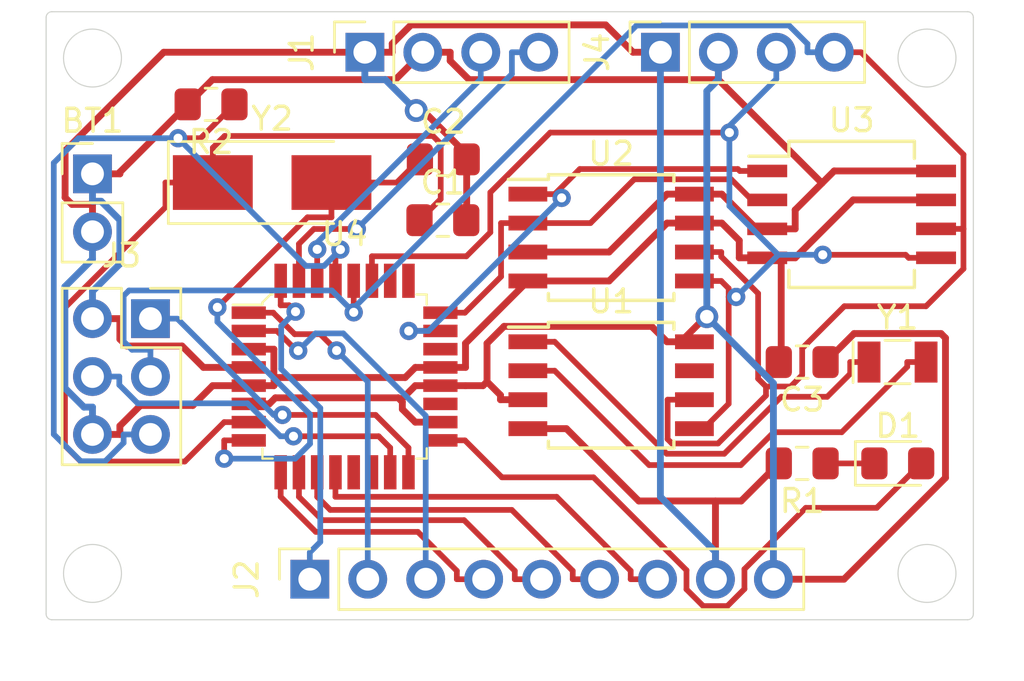
<source format=kicad_pcb>
(kicad_pcb (version 20171130) (host pcbnew "(5.1.4)-1")

  (general
    (thickness 1.6)
    (drawings 12)
    (tracks 382)
    (zones 0)
    (modules 17)
    (nets 32)
  )

  (page A4)
  (title_block
    (title "Arduino Battery Powered with Extended EEPROM and Clock")
    (date 2020-05-17)
    (rev V1)
    (company "Designed by Jose Angulo")
  )

  (layers
    (0 F.Cu signal)
    (1 In1.Cu power)
    (2 In2.Cu power)
    (31 B.Cu signal)
    (32 B.Adhes user)
    (33 F.Adhes user)
    (34 B.Paste user)
    (35 F.Paste user)
    (36 B.SilkS user)
    (37 F.SilkS user)
    (38 B.Mask user)
    (39 F.Mask user)
    (40 Dwgs.User user)
    (41 Cmts.User user)
    (42 Eco1.User user)
    (43 Eco2.User user)
    (44 Edge.Cuts user)
    (45 Margin user)
    (46 B.CrtYd user)
    (47 F.CrtYd user)
    (48 B.Fab user)
    (49 F.Fab user)
  )

  (setup
    (last_trace_width 0.25)
    (user_trace_width 0.3)
    (trace_clearance 0.2)
    (zone_clearance 0.508)
    (zone_45_only no)
    (trace_min 0.2)
    (via_size 0.8)
    (via_drill 0.4)
    (via_min_size 0.4)
    (via_min_drill 0.3)
    (user_via 1 0.6)
    (uvia_size 0.3)
    (uvia_drill 0.1)
    (uvias_allowed no)
    (uvia_min_size 0.2)
    (uvia_min_drill 0.1)
    (edge_width 0.05)
    (segment_width 0.2)
    (pcb_text_width 0.3)
    (pcb_text_size 1.5 1.5)
    (mod_edge_width 0.12)
    (mod_text_size 1 1)
    (mod_text_width 0.15)
    (pad_size 1.524 1.524)
    (pad_drill 0.762)
    (pad_to_mask_clearance 0.051)
    (solder_mask_min_width 0.25)
    (aux_axis_origin 0 0)
    (visible_elements 7FFFFFFF)
    (pcbplotparams
      (layerselection 0x010fc_ffffffff)
      (usegerberextensions false)
      (usegerberattributes false)
      (usegerberadvancedattributes false)
      (creategerberjobfile false)
      (excludeedgelayer true)
      (linewidth 0.100000)
      (plotframeref false)
      (viasonmask false)
      (mode 1)
      (useauxorigin false)
      (hpglpennumber 1)
      (hpglpenspeed 20)
      (hpglpendiameter 15.000000)
      (psnegative false)
      (psa4output false)
      (plotreference true)
      (plotvalue true)
      (plotinvisibletext false)
      (padsonsilk false)
      (subtractmaskfromsilk false)
      (outputformat 1)
      (mirror false)
      (drillshape 1)
      (scaleselection 1)
      (outputdirectory ""))
  )

  (net 0 "")
  (net 1 /Vcc)
  (net 2 GNDPWR)
  (net 3 "Net-(C1-Pad1)")
  (net 4 "Net-(C2-Pad1)")
  (net 5 "Net-(D1-Pad1)")
  (net 6 "Net-(D1-Pad2)")
  (net 7 /RX)
  (net 8 /TX)
  (net 9 /D2)
  (net 10 /D3)
  (net 11 /D4)
  (net 12 /D5)
  (net 13 /D6)
  (net 14 /D7)
  (net 15 /D8)
  (net 16 /MISO)
  (net 17 /SCK)
  (net 18 /MOSI)
  (net 19 /RESET)
  (net 20 /SDA)
  (net 21 "Net-(U1-Pad7)")
  (net 22 "Net-(U1-Pad2)")
  (net 23 "Net-(U1-Pad1)")
  (net 24 /ADDS1)
  (net 25 /ADDS2)
  (net 26 "Net-(U4-Pad13)")
  (net 27 "Net-(U4-Pad14)")
  (net 28 "Net-(U4-Pad19)")
  (net 29 "Net-(U4-Pad22)")
  (net 30 "Net-(U4-Pad25)")
  (net 31 "Net-(U4-Pad26)")

  (net_class Default "This is the default net class."
    (clearance 0.2)
    (trace_width 0.25)
    (via_dia 0.8)
    (via_drill 0.4)
    (uvia_dia 0.3)
    (uvia_drill 0.1)
    (add_net /ADDS1)
    (add_net /ADDS2)
    (add_net /D2)
    (add_net /D3)
    (add_net /D4)
    (add_net /D5)
    (add_net /D6)
    (add_net /D7)
    (add_net /D8)
    (add_net /MISO)
    (add_net /MOSI)
    (add_net /RESET)
    (add_net /RX)
    (add_net /SCK)
    (add_net /SDA)
    (add_net /TX)
    (add_net "Net-(C1-Pad1)")
    (add_net "Net-(C2-Pad1)")
    (add_net "Net-(D1-Pad1)")
    (add_net "Net-(D1-Pad2)")
    (add_net "Net-(U1-Pad1)")
    (add_net "Net-(U1-Pad2)")
    (add_net "Net-(U1-Pad7)")
    (add_net "Net-(U4-Pad13)")
    (add_net "Net-(U4-Pad14)")
    (add_net "Net-(U4-Pad19)")
    (add_net "Net-(U4-Pad22)")
    (add_net "Net-(U4-Pad25)")
    (add_net "Net-(U4-Pad26)")
  )

  (net_class Power ""
    (clearance 0.2)
    (trace_width 0.3)
    (via_dia 1)
    (via_drill 0.6)
    (uvia_dia 0.3)
    (uvia_drill 0.1)
    (add_net /Vcc)
    (add_net GNDPWR)
  )

  (module Connector_PinHeader_2.54mm:PinHeader_1x02_P2.54mm_Vertical (layer F.Cu) (tedit 59FED5CC) (tstamp 5EC1B5DC)
    (at 85.852 110.998)
    (descr "Through hole straight pin header, 1x02, 2.54mm pitch, single row")
    (tags "Through hole pin header THT 1x02 2.54mm single row")
    (path /5EC0DCA7)
    (fp_text reference BT1 (at 0 -2.33) (layer F.SilkS)
      (effects (font (size 1 1) (thickness 0.15)))
    )
    (fp_text value "Battery 3V" (at 0 4.87) (layer F.Fab)
      (effects (font (size 1 1) (thickness 0.15)))
    )
    (fp_line (start -0.635 -1.27) (end 1.27 -1.27) (layer F.Fab) (width 0.1))
    (fp_line (start 1.27 -1.27) (end 1.27 3.81) (layer F.Fab) (width 0.1))
    (fp_line (start 1.27 3.81) (end -1.27 3.81) (layer F.Fab) (width 0.1))
    (fp_line (start -1.27 3.81) (end -1.27 -0.635) (layer F.Fab) (width 0.1))
    (fp_line (start -1.27 -0.635) (end -0.635 -1.27) (layer F.Fab) (width 0.1))
    (fp_line (start -1.33 3.87) (end 1.33 3.87) (layer F.SilkS) (width 0.12))
    (fp_line (start -1.33 1.27) (end -1.33 3.87) (layer F.SilkS) (width 0.12))
    (fp_line (start 1.33 1.27) (end 1.33 3.87) (layer F.SilkS) (width 0.12))
    (fp_line (start -1.33 1.27) (end 1.33 1.27) (layer F.SilkS) (width 0.12))
    (fp_line (start -1.33 0) (end -1.33 -1.33) (layer F.SilkS) (width 0.12))
    (fp_line (start -1.33 -1.33) (end 0 -1.33) (layer F.SilkS) (width 0.12))
    (fp_line (start -1.8 -1.8) (end -1.8 4.35) (layer F.CrtYd) (width 0.05))
    (fp_line (start -1.8 4.35) (end 1.8 4.35) (layer F.CrtYd) (width 0.05))
    (fp_line (start 1.8 4.35) (end 1.8 -1.8) (layer F.CrtYd) (width 0.05))
    (fp_line (start 1.8 -1.8) (end -1.8 -1.8) (layer F.CrtYd) (width 0.05))
    (fp_text user %R (at 0 1.27 90) (layer F.Fab)
      (effects (font (size 1 1) (thickness 0.15)))
    )
    (pad 1 thru_hole rect (at 0 0) (size 1.7 1.7) (drill 1) (layers *.Cu *.Mask)
      (net 1 /Vcc))
    (pad 2 thru_hole oval (at 0 2.54) (size 1.7 1.7) (drill 1) (layers *.Cu *.Mask)
      (net 2 GNDPWR))
    (model ${KISYS3DMOD}/Connector_PinHeader_2.54mm.3dshapes/PinHeader_1x02_P2.54mm_Vertical.wrl
      (at (xyz 0 0 0))
      (scale (xyz 1 1 1))
      (rotate (xyz 0 0 0))
    )
  )

  (module Capacitor_SMD:C_0805_2012Metric_Pad1.15x1.40mm_HandSolder (layer F.Cu) (tedit 5B36C52B) (tstamp 5EC1A940)
    (at 101.21 113.03)
    (descr "Capacitor SMD 0805 (2012 Metric), square (rectangular) end terminal, IPC_7351 nominal with elongated pad for handsoldering. (Body size source: https://docs.google.com/spreadsheets/d/1BsfQQcO9C6DZCsRaXUlFlo91Tg2WpOkGARC1WS5S8t0/edit?usp=sharing), generated with kicad-footprint-generator")
    (tags "capacitor handsolder")
    (path /5EC0FEED)
    (attr smd)
    (fp_text reference C1 (at 0 -1.65) (layer F.SilkS)
      (effects (font (size 1 1) (thickness 0.15)))
    )
    (fp_text value C22pF (at 0 1.65) (layer F.Fab)
      (effects (font (size 1 1) (thickness 0.15)))
    )
    (fp_line (start -1 0.6) (end -1 -0.6) (layer F.Fab) (width 0.1))
    (fp_line (start -1 -0.6) (end 1 -0.6) (layer F.Fab) (width 0.1))
    (fp_line (start 1 -0.6) (end 1 0.6) (layer F.Fab) (width 0.1))
    (fp_line (start 1 0.6) (end -1 0.6) (layer F.Fab) (width 0.1))
    (fp_line (start -0.261252 -0.71) (end 0.261252 -0.71) (layer F.SilkS) (width 0.12))
    (fp_line (start -0.261252 0.71) (end 0.261252 0.71) (layer F.SilkS) (width 0.12))
    (fp_line (start -1.85 0.95) (end -1.85 -0.95) (layer F.CrtYd) (width 0.05))
    (fp_line (start -1.85 -0.95) (end 1.85 -0.95) (layer F.CrtYd) (width 0.05))
    (fp_line (start 1.85 -0.95) (end 1.85 0.95) (layer F.CrtYd) (width 0.05))
    (fp_line (start 1.85 0.95) (end -1.85 0.95) (layer F.CrtYd) (width 0.05))
    (fp_text user %R (at 0 0) (layer F.Fab)
      (effects (font (size 0.5 0.5) (thickness 0.08)))
    )
    (pad 1 smd roundrect (at -1.025 0) (size 1.15 1.4) (layers F.Cu F.Paste F.Mask) (roundrect_rratio 0.217391)
      (net 3 "Net-(C1-Pad1)"))
    (pad 2 smd roundrect (at 1.025 0) (size 1.15 1.4) (layers F.Cu F.Paste F.Mask) (roundrect_rratio 0.217391)
      (net 2 GNDPWR))
    (model ${KISYS3DMOD}/Capacitor_SMD.3dshapes/C_0805_2012Metric.wrl
      (at (xyz 0 0 0))
      (scale (xyz 1 1 1))
      (rotate (xyz 0 0 0))
    )
  )

  (module Capacitor_SMD:C_0805_2012Metric_Pad1.15x1.40mm_HandSolder (layer F.Cu) (tedit 5B36C52B) (tstamp 5EC19B50)
    (at 101.228 110.363)
    (descr "Capacitor SMD 0805 (2012 Metric), square (rectangular) end terminal, IPC_7351 nominal with elongated pad for handsoldering. (Body size source: https://docs.google.com/spreadsheets/d/1BsfQQcO9C6DZCsRaXUlFlo91Tg2WpOkGARC1WS5S8t0/edit?usp=sharing), generated with kicad-footprint-generator")
    (tags "capacitor handsolder")
    (path /5EC1064E)
    (attr smd)
    (fp_text reference C2 (at 0 -1.65) (layer F.SilkS)
      (effects (font (size 1 1) (thickness 0.15)))
    )
    (fp_text value C22pF (at 0 1.65) (layer F.Fab)
      (effects (font (size 1 1) (thickness 0.15)))
    )
    (fp_text user %R (at 0 0) (layer F.Fab)
      (effects (font (size 0.5 0.5) (thickness 0.08)))
    )
    (fp_line (start 1.85 0.95) (end -1.85 0.95) (layer F.CrtYd) (width 0.05))
    (fp_line (start 1.85 -0.95) (end 1.85 0.95) (layer F.CrtYd) (width 0.05))
    (fp_line (start -1.85 -0.95) (end 1.85 -0.95) (layer F.CrtYd) (width 0.05))
    (fp_line (start -1.85 0.95) (end -1.85 -0.95) (layer F.CrtYd) (width 0.05))
    (fp_line (start -0.261252 0.71) (end 0.261252 0.71) (layer F.SilkS) (width 0.12))
    (fp_line (start -0.261252 -0.71) (end 0.261252 -0.71) (layer F.SilkS) (width 0.12))
    (fp_line (start 1 0.6) (end -1 0.6) (layer F.Fab) (width 0.1))
    (fp_line (start 1 -0.6) (end 1 0.6) (layer F.Fab) (width 0.1))
    (fp_line (start -1 -0.6) (end 1 -0.6) (layer F.Fab) (width 0.1))
    (fp_line (start -1 0.6) (end -1 -0.6) (layer F.Fab) (width 0.1))
    (pad 2 smd roundrect (at 1.025 0) (size 1.15 1.4) (layers F.Cu F.Paste F.Mask) (roundrect_rratio 0.217391)
      (net 2 GNDPWR))
    (pad 1 smd roundrect (at -1.025 0) (size 1.15 1.4) (layers F.Cu F.Paste F.Mask) (roundrect_rratio 0.217391)
      (net 4 "Net-(C2-Pad1)"))
    (model ${KISYS3DMOD}/Capacitor_SMD.3dshapes/C_0805_2012Metric.wrl
      (at (xyz 0 0 0))
      (scale (xyz 1 1 1))
      (rotate (xyz 0 0 0))
    )
  )

  (module Capacitor_SMD:C_0805_2012Metric_Pad1.15x1.40mm_HandSolder (layer F.Cu) (tedit 5B36C52B) (tstamp 5EC1AECA)
    (at 116.958 119.253 180)
    (descr "Capacitor SMD 0805 (2012 Metric), square (rectangular) end terminal, IPC_7351 nominal with elongated pad for handsoldering. (Body size source: https://docs.google.com/spreadsheets/d/1BsfQQcO9C6DZCsRaXUlFlo91Tg2WpOkGARC1WS5S8t0/edit?usp=sharing), generated with kicad-footprint-generator")
    (tags "capacitor handsolder")
    (path /5EC10D42)
    (attr smd)
    (fp_text reference C3 (at 0 -1.65) (layer F.SilkS)
      (effects (font (size 1 1) (thickness 0.15)))
    )
    (fp_text value 10uF (at 0 1.65) (layer F.Fab)
      (effects (font (size 1 1) (thickness 0.15)))
    )
    (fp_line (start -1 0.6) (end -1 -0.6) (layer F.Fab) (width 0.1))
    (fp_line (start -1 -0.6) (end 1 -0.6) (layer F.Fab) (width 0.1))
    (fp_line (start 1 -0.6) (end 1 0.6) (layer F.Fab) (width 0.1))
    (fp_line (start 1 0.6) (end -1 0.6) (layer F.Fab) (width 0.1))
    (fp_line (start -0.261252 -0.71) (end 0.261252 -0.71) (layer F.SilkS) (width 0.12))
    (fp_line (start -0.261252 0.71) (end 0.261252 0.71) (layer F.SilkS) (width 0.12))
    (fp_line (start -1.85 0.95) (end -1.85 -0.95) (layer F.CrtYd) (width 0.05))
    (fp_line (start -1.85 -0.95) (end 1.85 -0.95) (layer F.CrtYd) (width 0.05))
    (fp_line (start 1.85 -0.95) (end 1.85 0.95) (layer F.CrtYd) (width 0.05))
    (fp_line (start 1.85 0.95) (end -1.85 0.95) (layer F.CrtYd) (width 0.05))
    (fp_text user %R (at 0 0) (layer F.Fab)
      (effects (font (size 0.5 0.5) (thickness 0.08)))
    )
    (pad 1 smd roundrect (at -1.025 0 180) (size 1.15 1.4) (layers F.Cu F.Paste F.Mask) (roundrect_rratio 0.217391)
      (net 1 /Vcc))
    (pad 2 smd roundrect (at 1.025 0 180) (size 1.15 1.4) (layers F.Cu F.Paste F.Mask) (roundrect_rratio 0.217391)
      (net 2 GNDPWR))
    (model ${KISYS3DMOD}/Capacitor_SMD.3dshapes/C_0805_2012Metric.wrl
      (at (xyz 0 0 0))
      (scale (xyz 1 1 1))
      (rotate (xyz 0 0 0))
    )
  )

  (module LED_SMD:LED_0805_2012Metric_Pad1.15x1.40mm_HandSolder (layer F.Cu) (tedit 5B4B45C9) (tstamp 5EC19B74)
    (at 121.149 123.698)
    (descr "LED SMD 0805 (2012 Metric), square (rectangular) end terminal, IPC_7351 nominal, (Body size source: https://docs.google.com/spreadsheets/d/1BsfQQcO9C6DZCsRaXUlFlo91Tg2WpOkGARC1WS5S8t0/edit?usp=sharing), generated with kicad-footprint-generator")
    (tags "LED handsolder")
    (path /5EC11BF2)
    (attr smd)
    (fp_text reference D1 (at 0 -1.65) (layer F.SilkS)
      (effects (font (size 1 1) (thickness 0.15)))
    )
    (fp_text value LED (at 0 1.65) (layer F.Fab)
      (effects (font (size 1 1) (thickness 0.15)))
    )
    (fp_line (start 1 -0.6) (end -0.7 -0.6) (layer F.Fab) (width 0.1))
    (fp_line (start -0.7 -0.6) (end -1 -0.3) (layer F.Fab) (width 0.1))
    (fp_line (start -1 -0.3) (end -1 0.6) (layer F.Fab) (width 0.1))
    (fp_line (start -1 0.6) (end 1 0.6) (layer F.Fab) (width 0.1))
    (fp_line (start 1 0.6) (end 1 -0.6) (layer F.Fab) (width 0.1))
    (fp_line (start 1 -0.96) (end -1.86 -0.96) (layer F.SilkS) (width 0.12))
    (fp_line (start -1.86 -0.96) (end -1.86 0.96) (layer F.SilkS) (width 0.12))
    (fp_line (start -1.86 0.96) (end 1 0.96) (layer F.SilkS) (width 0.12))
    (fp_line (start -1.85 0.95) (end -1.85 -0.95) (layer F.CrtYd) (width 0.05))
    (fp_line (start -1.85 -0.95) (end 1.85 -0.95) (layer F.CrtYd) (width 0.05))
    (fp_line (start 1.85 -0.95) (end 1.85 0.95) (layer F.CrtYd) (width 0.05))
    (fp_line (start 1.85 0.95) (end -1.85 0.95) (layer F.CrtYd) (width 0.05))
    (fp_text user %R (at 0 0) (layer F.Fab)
      (effects (font (size 0.5 0.5) (thickness 0.08)))
    )
    (pad 1 smd roundrect (at -1.025 0) (size 1.15 1.4) (layers F.Cu F.Paste F.Mask) (roundrect_rratio 0.217391)
      (net 5 "Net-(D1-Pad1)"))
    (pad 2 smd roundrect (at 1.025 0) (size 1.15 1.4) (layers F.Cu F.Paste F.Mask) (roundrect_rratio 0.217391)
      (net 6 "Net-(D1-Pad2)"))
    (model ${KISYS3DMOD}/LED_SMD.3dshapes/LED_0805_2012Metric.wrl
      (at (xyz 0 0 0))
      (scale (xyz 1 1 1))
      (rotate (xyz 0 0 0))
    )
  )

  (module Connector_PinSocket_2.54mm:PinSocket_1x04_P2.54mm_Vertical (layer F.Cu) (tedit 5A19A429) (tstamp 5EC19B8C)
    (at 97.79 105.664 90)
    (descr "Through hole straight socket strip, 1x04, 2.54mm pitch, single row (from Kicad 4.0.7), script generated")
    (tags "Through hole socket strip THT 1x04 2.54mm single row")
    (path /5EC178C4/5EC1A01F)
    (fp_text reference J1 (at 0 -2.77 90) (layer F.SilkS)
      (effects (font (size 1 1) (thickness 0.15)))
    )
    (fp_text value Serial (at 0 10.39 90) (layer F.Fab)
      (effects (font (size 1 1) (thickness 0.15)))
    )
    (fp_line (start -1.27 -1.27) (end 0.635 -1.27) (layer F.Fab) (width 0.1))
    (fp_line (start 0.635 -1.27) (end 1.27 -0.635) (layer F.Fab) (width 0.1))
    (fp_line (start 1.27 -0.635) (end 1.27 8.89) (layer F.Fab) (width 0.1))
    (fp_line (start 1.27 8.89) (end -1.27 8.89) (layer F.Fab) (width 0.1))
    (fp_line (start -1.27 8.89) (end -1.27 -1.27) (layer F.Fab) (width 0.1))
    (fp_line (start -1.33 1.27) (end 1.33 1.27) (layer F.SilkS) (width 0.12))
    (fp_line (start -1.33 1.27) (end -1.33 8.95) (layer F.SilkS) (width 0.12))
    (fp_line (start -1.33 8.95) (end 1.33 8.95) (layer F.SilkS) (width 0.12))
    (fp_line (start 1.33 1.27) (end 1.33 8.95) (layer F.SilkS) (width 0.12))
    (fp_line (start 1.33 -1.33) (end 1.33 0) (layer F.SilkS) (width 0.12))
    (fp_line (start 0 -1.33) (end 1.33 -1.33) (layer F.SilkS) (width 0.12))
    (fp_line (start -1.8 -1.8) (end 1.75 -1.8) (layer F.CrtYd) (width 0.05))
    (fp_line (start 1.75 -1.8) (end 1.75 9.4) (layer F.CrtYd) (width 0.05))
    (fp_line (start 1.75 9.4) (end -1.8 9.4) (layer F.CrtYd) (width 0.05))
    (fp_line (start -1.8 9.4) (end -1.8 -1.8) (layer F.CrtYd) (width 0.05))
    (fp_text user %R (at 0 3.81) (layer F.Fab)
      (effects (font (size 1 1) (thickness 0.15)))
    )
    (pad 1 thru_hole rect (at 0 0 90) (size 1.7 1.7) (drill 1) (layers *.Cu *.Mask)
      (net 2 GNDPWR))
    (pad 2 thru_hole oval (at 0 2.54 90) (size 1.7 1.7) (drill 1) (layers *.Cu *.Mask)
      (net 1 /Vcc))
    (pad 3 thru_hole oval (at 0 5.08 90) (size 1.7 1.7) (drill 1) (layers *.Cu *.Mask)
      (net 7 /RX))
    (pad 4 thru_hole oval (at 0 7.62 90) (size 1.7 1.7) (drill 1) (layers *.Cu *.Mask)
      (net 8 /TX))
    (model ${KISYS3DMOD}/Connector_PinSocket_2.54mm.3dshapes/PinSocket_1x04_P2.54mm_Vertical.wrl
      (at (xyz 0 0 0))
      (scale (xyz 1 1 1))
      (rotate (xyz 0 0 0))
    )
  )

  (module Connector_PinSocket_2.54mm:PinSocket_1x09_P2.54mm_Vertical (layer F.Cu) (tedit 5A19A431) (tstamp 5EC1B0D2)
    (at 95.377 128.778 90)
    (descr "Through hole straight socket strip, 1x09, 2.54mm pitch, single row (from Kicad 4.0.7), script generated")
    (tags "Through hole socket strip THT 1x09 2.54mm single row")
    (path /5EC178C4/5EC184F5)
    (fp_text reference J2 (at 0 -2.77 90) (layer F.SilkS)
      (effects (font (size 1 1) (thickness 0.15)))
    )
    (fp_text value "Digital pins" (at 0 23.09 90) (layer F.Fab)
      (effects (font (size 1 1) (thickness 0.15)))
    )
    (fp_line (start -1.27 -1.27) (end 0.635 -1.27) (layer F.Fab) (width 0.1))
    (fp_line (start 0.635 -1.27) (end 1.27 -0.635) (layer F.Fab) (width 0.1))
    (fp_line (start 1.27 -0.635) (end 1.27 21.59) (layer F.Fab) (width 0.1))
    (fp_line (start 1.27 21.59) (end -1.27 21.59) (layer F.Fab) (width 0.1))
    (fp_line (start -1.27 21.59) (end -1.27 -1.27) (layer F.Fab) (width 0.1))
    (fp_line (start -1.33 1.27) (end 1.33 1.27) (layer F.SilkS) (width 0.12))
    (fp_line (start -1.33 1.27) (end -1.33 21.65) (layer F.SilkS) (width 0.12))
    (fp_line (start -1.33 21.65) (end 1.33 21.65) (layer F.SilkS) (width 0.12))
    (fp_line (start 1.33 1.27) (end 1.33 21.65) (layer F.SilkS) (width 0.12))
    (fp_line (start 1.33 -1.33) (end 1.33 0) (layer F.SilkS) (width 0.12))
    (fp_line (start 0 -1.33) (end 1.33 -1.33) (layer F.SilkS) (width 0.12))
    (fp_line (start -1.8 -1.8) (end 1.75 -1.8) (layer F.CrtYd) (width 0.05))
    (fp_line (start 1.75 -1.8) (end 1.75 22.1) (layer F.CrtYd) (width 0.05))
    (fp_line (start 1.75 22.1) (end -1.8 22.1) (layer F.CrtYd) (width 0.05))
    (fp_line (start -1.8 22.1) (end -1.8 -1.8) (layer F.CrtYd) (width 0.05))
    (fp_text user %R (at 0 10.16) (layer F.Fab)
      (effects (font (size 1 1) (thickness 0.15)))
    )
    (pad 1 thru_hole rect (at 0 0 90) (size 1.7 1.7) (drill 1) (layers *.Cu *.Mask)
      (net 9 /D2))
    (pad 2 thru_hole oval (at 0 2.54 90) (size 1.7 1.7) (drill 1) (layers *.Cu *.Mask)
      (net 10 /D3))
    (pad 3 thru_hole oval (at 0 5.08 90) (size 1.7 1.7) (drill 1) (layers *.Cu *.Mask)
      (net 11 /D4))
    (pad 4 thru_hole oval (at 0 7.62 90) (size 1.7 1.7) (drill 1) (layers *.Cu *.Mask)
      (net 12 /D5))
    (pad 5 thru_hole oval (at 0 10.16 90) (size 1.7 1.7) (drill 1) (layers *.Cu *.Mask)
      (net 13 /D6))
    (pad 6 thru_hole oval (at 0 12.7 90) (size 1.7 1.7) (drill 1) (layers *.Cu *.Mask)
      (net 14 /D7))
    (pad 7 thru_hole oval (at 0 15.24 90) (size 1.7 1.7) (drill 1) (layers *.Cu *.Mask)
      (net 15 /D8))
    (pad 8 thru_hole oval (at 0 17.78 90) (size 1.7 1.7) (drill 1) (layers *.Cu *.Mask)
      (net 2 GNDPWR))
    (pad 9 thru_hole oval (at 0 20.32 90) (size 1.7 1.7) (drill 1) (layers *.Cu *.Mask)
      (net 1 /Vcc))
    (model ${KISYS3DMOD}/Connector_PinSocket_2.54mm.3dshapes/PinSocket_1x09_P2.54mm_Vertical.wrl
      (at (xyz 0 0 0))
      (scale (xyz 1 1 1))
      (rotate (xyz 0 0 0))
    )
  )

  (module Connector_PinSocket_2.54mm:PinSocket_2x03_P2.54mm_Vertical (layer F.Cu) (tedit 5A19A425) (tstamp 5EC19BC5)
    (at 88.392 117.348)
    (descr "Through hole straight socket strip, 2x03, 2.54mm pitch, double cols (from Kicad 4.0.7), script generated")
    (tags "Through hole socket strip THT 2x03 2.54mm double row")
    (path /5EC178C4/5EC194FF)
    (fp_text reference J3 (at -1.27 -2.77) (layer F.SilkS)
      (effects (font (size 1 1) (thickness 0.15)))
    )
    (fp_text value ICSP (at -1.27 7.85) (layer F.Fab)
      (effects (font (size 1 1) (thickness 0.15)))
    )
    (fp_line (start -3.81 -1.27) (end 0.27 -1.27) (layer F.Fab) (width 0.1))
    (fp_line (start 0.27 -1.27) (end 1.27 -0.27) (layer F.Fab) (width 0.1))
    (fp_line (start 1.27 -0.27) (end 1.27 6.35) (layer F.Fab) (width 0.1))
    (fp_line (start 1.27 6.35) (end -3.81 6.35) (layer F.Fab) (width 0.1))
    (fp_line (start -3.81 6.35) (end -3.81 -1.27) (layer F.Fab) (width 0.1))
    (fp_line (start -3.87 -1.33) (end -1.27 -1.33) (layer F.SilkS) (width 0.12))
    (fp_line (start -3.87 -1.33) (end -3.87 6.41) (layer F.SilkS) (width 0.12))
    (fp_line (start -3.87 6.41) (end 1.33 6.41) (layer F.SilkS) (width 0.12))
    (fp_line (start 1.33 1.27) (end 1.33 6.41) (layer F.SilkS) (width 0.12))
    (fp_line (start -1.27 1.27) (end 1.33 1.27) (layer F.SilkS) (width 0.12))
    (fp_line (start -1.27 -1.33) (end -1.27 1.27) (layer F.SilkS) (width 0.12))
    (fp_line (start 1.33 -1.33) (end 1.33 0) (layer F.SilkS) (width 0.12))
    (fp_line (start 0 -1.33) (end 1.33 -1.33) (layer F.SilkS) (width 0.12))
    (fp_line (start -4.34 -1.8) (end 1.76 -1.8) (layer F.CrtYd) (width 0.05))
    (fp_line (start 1.76 -1.8) (end 1.76 6.85) (layer F.CrtYd) (width 0.05))
    (fp_line (start 1.76 6.85) (end -4.34 6.85) (layer F.CrtYd) (width 0.05))
    (fp_line (start -4.34 6.85) (end -4.34 -1.8) (layer F.CrtYd) (width 0.05))
    (fp_text user %R (at -1.27 2.54 90) (layer F.Fab)
      (effects (font (size 1 1) (thickness 0.15)))
    )
    (pad 1 thru_hole rect (at 0 0) (size 1.7 1.7) (drill 1) (layers *.Cu *.Mask)
      (net 16 /MISO))
    (pad 2 thru_hole oval (at -2.54 0) (size 1.7 1.7) (drill 1) (layers *.Cu *.Mask)
      (net 1 /Vcc))
    (pad 3 thru_hole oval (at 0 2.54) (size 1.7 1.7) (drill 1) (layers *.Cu *.Mask)
      (net 17 /SCK))
    (pad 4 thru_hole oval (at -2.54 2.54) (size 1.7 1.7) (drill 1) (layers *.Cu *.Mask)
      (net 18 /MOSI))
    (pad 5 thru_hole oval (at 0 5.08) (size 1.7 1.7) (drill 1) (layers *.Cu *.Mask)
      (net 19 /RESET))
    (pad 6 thru_hole oval (at -2.54 5.08) (size 1.7 1.7) (drill 1) (layers *.Cu *.Mask)
      (net 2 GNDPWR))
    (model ${KISYS3DMOD}/Connector_PinSocket_2.54mm.3dshapes/PinSocket_2x03_P2.54mm_Vertical.wrl
      (at (xyz 0 0 0))
      (scale (xyz 1 1 1))
      (rotate (xyz 0 0 0))
    )
  )

  (module Connector_PinSocket_2.54mm:PinSocket_1x04_P2.54mm_Vertical (layer F.Cu) (tedit 5A19A429) (tstamp 5EC19BDD)
    (at 110.744 105.664 90)
    (descr "Through hole straight socket strip, 1x04, 2.54mm pitch, single row (from Kicad 4.0.7), script generated")
    (tags "Through hole socket strip THT 1x04 2.54mm single row")
    (path /5EC178C4/5EC18C97)
    (fp_text reference J4 (at 0 -2.77 90) (layer F.SilkS)
      (effects (font (size 1 1) (thickness 0.15)))
    )
    (fp_text value I2C (at 0 10.39 90) (layer F.Fab)
      (effects (font (size 1 1) (thickness 0.15)))
    )
    (fp_text user %R (at 0 3.81) (layer F.Fab)
      (effects (font (size 1 1) (thickness 0.15)))
    )
    (fp_line (start -1.8 9.4) (end -1.8 -1.8) (layer F.CrtYd) (width 0.05))
    (fp_line (start 1.75 9.4) (end -1.8 9.4) (layer F.CrtYd) (width 0.05))
    (fp_line (start 1.75 -1.8) (end 1.75 9.4) (layer F.CrtYd) (width 0.05))
    (fp_line (start -1.8 -1.8) (end 1.75 -1.8) (layer F.CrtYd) (width 0.05))
    (fp_line (start 0 -1.33) (end 1.33 -1.33) (layer F.SilkS) (width 0.12))
    (fp_line (start 1.33 -1.33) (end 1.33 0) (layer F.SilkS) (width 0.12))
    (fp_line (start 1.33 1.27) (end 1.33 8.95) (layer F.SilkS) (width 0.12))
    (fp_line (start -1.33 8.95) (end 1.33 8.95) (layer F.SilkS) (width 0.12))
    (fp_line (start -1.33 1.27) (end -1.33 8.95) (layer F.SilkS) (width 0.12))
    (fp_line (start -1.33 1.27) (end 1.33 1.27) (layer F.SilkS) (width 0.12))
    (fp_line (start -1.27 8.89) (end -1.27 -1.27) (layer F.Fab) (width 0.1))
    (fp_line (start 1.27 8.89) (end -1.27 8.89) (layer F.Fab) (width 0.1))
    (fp_line (start 1.27 -0.635) (end 1.27 8.89) (layer F.Fab) (width 0.1))
    (fp_line (start 0.635 -1.27) (end 1.27 -0.635) (layer F.Fab) (width 0.1))
    (fp_line (start -1.27 -1.27) (end 0.635 -1.27) (layer F.Fab) (width 0.1))
    (pad 4 thru_hole oval (at 0 7.62 90) (size 1.7 1.7) (drill 1) (layers *.Cu *.Mask)
      (net 17 /SCK))
    (pad 3 thru_hole oval (at 0 5.08 90) (size 1.7 1.7) (drill 1) (layers *.Cu *.Mask)
      (net 20 /SDA))
    (pad 2 thru_hole oval (at 0 2.54 90) (size 1.7 1.7) (drill 1) (layers *.Cu *.Mask)
      (net 1 /Vcc))
    (pad 1 thru_hole rect (at 0 0 90) (size 1.7 1.7) (drill 1) (layers *.Cu *.Mask)
      (net 2 GNDPWR))
    (model ${KISYS3DMOD}/Connector_PinSocket_2.54mm.3dshapes/PinSocket_1x04_P2.54mm_Vertical.wrl
      (at (xyz 0 0 0))
      (scale (xyz 1 1 1))
      (rotate (xyz 0 0 0))
    )
  )

  (module Resistor_SMD:R_0805_2012Metric_Pad1.15x1.40mm_HandSolder (layer F.Cu) (tedit 5B36C52B) (tstamp 5EC19BEE)
    (at 116.958 123.698 180)
    (descr "Resistor SMD 0805 (2012 Metric), square (rectangular) end terminal, IPC_7351 nominal with elongated pad for handsoldering. (Body size source: https://docs.google.com/spreadsheets/d/1BsfQQcO9C6DZCsRaXUlFlo91Tg2WpOkGARC1WS5S8t0/edit?usp=sharing), generated with kicad-footprint-generator")
    (tags "resistor handsolder")
    (path /5EC1258B)
    (attr smd)
    (fp_text reference R1 (at 0 -1.65) (layer F.SilkS)
      (effects (font (size 1 1) (thickness 0.15)))
    )
    (fp_text value 330Ohm (at 0 1.65) (layer F.Fab)
      (effects (font (size 1 1) (thickness 0.15)))
    )
    (fp_line (start -1 0.6) (end -1 -0.6) (layer F.Fab) (width 0.1))
    (fp_line (start -1 -0.6) (end 1 -0.6) (layer F.Fab) (width 0.1))
    (fp_line (start 1 -0.6) (end 1 0.6) (layer F.Fab) (width 0.1))
    (fp_line (start 1 0.6) (end -1 0.6) (layer F.Fab) (width 0.1))
    (fp_line (start -0.261252 -0.71) (end 0.261252 -0.71) (layer F.SilkS) (width 0.12))
    (fp_line (start -0.261252 0.71) (end 0.261252 0.71) (layer F.SilkS) (width 0.12))
    (fp_line (start -1.85 0.95) (end -1.85 -0.95) (layer F.CrtYd) (width 0.05))
    (fp_line (start -1.85 -0.95) (end 1.85 -0.95) (layer F.CrtYd) (width 0.05))
    (fp_line (start 1.85 -0.95) (end 1.85 0.95) (layer F.CrtYd) (width 0.05))
    (fp_line (start 1.85 0.95) (end -1.85 0.95) (layer F.CrtYd) (width 0.05))
    (fp_text user %R (at 0 0) (layer F.Fab)
      (effects (font (size 0.5 0.5) (thickness 0.08)))
    )
    (pad 1 smd roundrect (at -1.025 0 180) (size 1.15 1.4) (layers F.Cu F.Paste F.Mask) (roundrect_rratio 0.217391)
      (net 5 "Net-(D1-Pad1)"))
    (pad 2 smd roundrect (at 1.025 0 180) (size 1.15 1.4) (layers F.Cu F.Paste F.Mask) (roundrect_rratio 0.217391)
      (net 2 GNDPWR))
    (model ${KISYS3DMOD}/Resistor_SMD.3dshapes/R_0805_2012Metric.wrl
      (at (xyz 0 0 0))
      (scale (xyz 1 1 1))
      (rotate (xyz 0 0 0))
    )
  )

  (module Resistor_SMD:R_0805_2012Metric_Pad1.15x1.40mm_HandSolder (layer F.Cu) (tedit 5B36C52B) (tstamp 5EC19BFF)
    (at 91.05 107.95 180)
    (descr "Resistor SMD 0805 (2012 Metric), square (rectangular) end terminal, IPC_7351 nominal with elongated pad for handsoldering. (Body size source: https://docs.google.com/spreadsheets/d/1BsfQQcO9C6DZCsRaXUlFlo91Tg2WpOkGARC1WS5S8t0/edit?usp=sharing), generated with kicad-footprint-generator")
    (tags "resistor handsolder")
    (path /5EC1288A)
    (attr smd)
    (fp_text reference R2 (at 0 -1.65) (layer F.SilkS)
      (effects (font (size 1 1) (thickness 0.15)))
    )
    (fp_text value 10KOhm (at 0 1.65) (layer F.Fab)
      (effects (font (size 1 1) (thickness 0.15)))
    )
    (fp_text user %R (at 0 0) (layer F.Fab)
      (effects (font (size 0.5 0.5) (thickness 0.08)))
    )
    (fp_line (start 1.85 0.95) (end -1.85 0.95) (layer F.CrtYd) (width 0.05))
    (fp_line (start 1.85 -0.95) (end 1.85 0.95) (layer F.CrtYd) (width 0.05))
    (fp_line (start -1.85 -0.95) (end 1.85 -0.95) (layer F.CrtYd) (width 0.05))
    (fp_line (start -1.85 0.95) (end -1.85 -0.95) (layer F.CrtYd) (width 0.05))
    (fp_line (start -0.261252 0.71) (end 0.261252 0.71) (layer F.SilkS) (width 0.12))
    (fp_line (start -0.261252 -0.71) (end 0.261252 -0.71) (layer F.SilkS) (width 0.12))
    (fp_line (start 1 0.6) (end -1 0.6) (layer F.Fab) (width 0.1))
    (fp_line (start 1 -0.6) (end 1 0.6) (layer F.Fab) (width 0.1))
    (fp_line (start -1 -0.6) (end 1 -0.6) (layer F.Fab) (width 0.1))
    (fp_line (start -1 0.6) (end -1 -0.6) (layer F.Fab) (width 0.1))
    (pad 2 smd roundrect (at 1.025 0 180) (size 1.15 1.4) (layers F.Cu F.Paste F.Mask) (roundrect_rratio 0.217391)
      (net 1 /Vcc))
    (pad 1 smd roundrect (at -1.025 0 180) (size 1.15 1.4) (layers F.Cu F.Paste F.Mask) (roundrect_rratio 0.217391)
      (net 19 /RESET))
    (model ${KISYS3DMOD}/Resistor_SMD.3dshapes/R_0805_2012Metric.wrl
      (at (xyz 0 0 0))
      (scale (xyz 1 1 1))
      (rotate (xyz 0 0 0))
    )
  )

  (module Package_SO:SOIJ-8_5.3x5.3mm_P1.27mm (layer F.Cu) (tedit 5A02F2D3) (tstamp 5EC1A471)
    (at 108.585 120.269)
    (descr "8-Lead Plastic Small Outline (SM) - Medium, 5.28 mm Body [SOIC] (see Microchip Packaging Specification 00000049BS.pdf)")
    (tags "SOIC 1.27")
    (path /5EC1F02F)
    (attr smd)
    (fp_text reference U1 (at 0 -3.68) (layer F.SilkS)
      (effects (font (size 1 1) (thickness 0.15)))
    )
    (fp_text value DS1337S+ (at 0 3.68) (layer F.Fab)
      (effects (font (size 1 1) (thickness 0.15)))
    )
    (fp_line (start -2.75 -2.55) (end -4.5 -2.55) (layer F.SilkS) (width 0.15))
    (fp_line (start -2.75 2.755) (end 2.75 2.755) (layer F.SilkS) (width 0.15))
    (fp_line (start -2.75 -2.755) (end 2.75 -2.755) (layer F.SilkS) (width 0.15))
    (fp_line (start -2.75 2.755) (end -2.75 2.455) (layer F.SilkS) (width 0.15))
    (fp_line (start 2.75 2.755) (end 2.75 2.455) (layer F.SilkS) (width 0.15))
    (fp_line (start 2.75 -2.755) (end 2.75 -2.455) (layer F.SilkS) (width 0.15))
    (fp_line (start -2.75 -2.755) (end -2.75 -2.55) (layer F.SilkS) (width 0.15))
    (fp_line (start -4.75 2.95) (end 4.75 2.95) (layer F.CrtYd) (width 0.05))
    (fp_line (start -4.75 -2.95) (end 4.75 -2.95) (layer F.CrtYd) (width 0.05))
    (fp_line (start 4.75 -2.95) (end 4.75 2.95) (layer F.CrtYd) (width 0.05))
    (fp_line (start -4.75 -2.95) (end -4.75 2.95) (layer F.CrtYd) (width 0.05))
    (fp_line (start -2.65 -1.65) (end -1.65 -2.65) (layer F.Fab) (width 0.15))
    (fp_line (start -2.65 2.65) (end -2.65 -1.65) (layer F.Fab) (width 0.15))
    (fp_line (start 2.65 2.65) (end -2.65 2.65) (layer F.Fab) (width 0.15))
    (fp_line (start 2.65 -2.65) (end 2.65 2.65) (layer F.Fab) (width 0.15))
    (fp_line (start -1.65 -2.65) (end 2.65 -2.65) (layer F.Fab) (width 0.15))
    (fp_text user %R (at 0 0) (layer F.Fab)
      (effects (font (size 1 1) (thickness 0.15)))
    )
    (pad 8 smd rect (at 3.65 -1.905) (size 1.7 0.65) (layers F.Cu F.Paste F.Mask)
      (net 1 /Vcc))
    (pad 7 smd rect (at 3.65 -0.635) (size 1.7 0.65) (layers F.Cu F.Paste F.Mask)
      (net 21 "Net-(U1-Pad7)"))
    (pad 6 smd rect (at 3.65 0.635) (size 1.7 0.65) (layers F.Cu F.Paste F.Mask)
      (net 17 /SCK))
    (pad 5 smd rect (at 3.65 1.905) (size 1.7 0.65) (layers F.Cu F.Paste F.Mask)
      (net 20 /SDA))
    (pad 4 smd rect (at -3.65 1.905) (size 1.7 0.65) (layers F.Cu F.Paste F.Mask)
      (net 2 GNDPWR))
    (pad 3 smd rect (at -3.65 0.635) (size 1.7 0.65) (layers F.Cu F.Paste F.Mask)
      (net 1 /Vcc))
    (pad 2 smd rect (at -3.65 -0.635) (size 1.7 0.65) (layers F.Cu F.Paste F.Mask)
      (net 22 "Net-(U1-Pad2)"))
    (pad 1 smd rect (at -3.65 -1.905) (size 1.7 0.65) (layers F.Cu F.Paste F.Mask)
      (net 23 "Net-(U1-Pad1)"))
    (model ${KISYS3DMOD}/Package_SO.3dshapes/SOIJ-8_5.3x5.3mm_P1.27mm.wrl
      (at (xyz 0 0 0))
      (scale (xyz 1 1 1))
      (rotate (xyz 0 0 0))
    )
  )

  (module Package_SO:SOIJ-8_5.3x5.3mm_P1.27mm (layer F.Cu) (tedit 5A02F2D3) (tstamp 5EC19C39)
    (at 108.585 113.792)
    (descr "8-Lead Plastic Small Outline (SM) - Medium, 5.28 mm Body [SOIC] (see Microchip Packaging Specification 00000049BS.pdf)")
    (tags "SOIC 1.27")
    (path /5EC12FEA)
    (attr smd)
    (fp_text reference U2 (at 0 -3.68) (layer F.SilkS)
      (effects (font (size 1 1) (thickness 0.15)))
    )
    (fp_text value 24LC1025 (at 0 3.68) (layer F.Fab)
      (effects (font (size 1 1) (thickness 0.15)))
    )
    (fp_text user %R (at 0 0) (layer F.Fab)
      (effects (font (size 1 1) (thickness 0.15)))
    )
    (fp_line (start -1.65 -2.65) (end 2.65 -2.65) (layer F.Fab) (width 0.15))
    (fp_line (start 2.65 -2.65) (end 2.65 2.65) (layer F.Fab) (width 0.15))
    (fp_line (start 2.65 2.65) (end -2.65 2.65) (layer F.Fab) (width 0.15))
    (fp_line (start -2.65 2.65) (end -2.65 -1.65) (layer F.Fab) (width 0.15))
    (fp_line (start -2.65 -1.65) (end -1.65 -2.65) (layer F.Fab) (width 0.15))
    (fp_line (start -4.75 -2.95) (end -4.75 2.95) (layer F.CrtYd) (width 0.05))
    (fp_line (start 4.75 -2.95) (end 4.75 2.95) (layer F.CrtYd) (width 0.05))
    (fp_line (start -4.75 -2.95) (end 4.75 -2.95) (layer F.CrtYd) (width 0.05))
    (fp_line (start -4.75 2.95) (end 4.75 2.95) (layer F.CrtYd) (width 0.05))
    (fp_line (start -2.75 -2.755) (end -2.75 -2.55) (layer F.SilkS) (width 0.15))
    (fp_line (start 2.75 -2.755) (end 2.75 -2.455) (layer F.SilkS) (width 0.15))
    (fp_line (start 2.75 2.755) (end 2.75 2.455) (layer F.SilkS) (width 0.15))
    (fp_line (start -2.75 2.755) (end -2.75 2.455) (layer F.SilkS) (width 0.15))
    (fp_line (start -2.75 -2.755) (end 2.75 -2.755) (layer F.SilkS) (width 0.15))
    (fp_line (start -2.75 2.755) (end 2.75 2.755) (layer F.SilkS) (width 0.15))
    (fp_line (start -2.75 -2.55) (end -4.5 -2.55) (layer F.SilkS) (width 0.15))
    (pad 1 smd rect (at -3.65 -1.905) (size 1.7 0.65) (layers F.Cu F.Paste F.Mask)
      (net 24 /ADDS1))
    (pad 2 smd rect (at -3.65 -0.635) (size 1.7 0.65) (layers F.Cu F.Paste F.Mask)
      (net 25 /ADDS2))
    (pad 3 smd rect (at -3.65 0.635) (size 1.7 0.65) (layers F.Cu F.Paste F.Mask)
      (net 1 /Vcc))
    (pad 4 smd rect (at -3.65 1.905) (size 1.7 0.65) (layers F.Cu F.Paste F.Mask)
      (net 2 GNDPWR))
    (pad 5 smd rect (at 3.65 1.905) (size 1.7 0.65) (layers F.Cu F.Paste F.Mask)
      (net 20 /SDA))
    (pad 6 smd rect (at 3.65 0.635) (size 1.7 0.65) (layers F.Cu F.Paste F.Mask)
      (net 17 /SCK))
    (pad 7 smd rect (at 3.65 -0.635) (size 1.7 0.65) (layers F.Cu F.Paste F.Mask)
      (net 2 GNDPWR))
    (pad 8 smd rect (at 3.65 -1.905) (size 1.7 0.65) (layers F.Cu F.Paste F.Mask)
      (net 1 /Vcc))
    (model ${KISYS3DMOD}/Package_SO.3dshapes/SOIJ-8_5.3x5.3mm_P1.27mm.wrl
      (at (xyz 0 0 0))
      (scale (xyz 1 1 1))
      (rotate (xyz 0 0 0))
    )
  )

  (module Package_SO:SO-8_5.3x6.2mm_P1.27mm (layer F.Cu) (tedit 5A02F2D3) (tstamp 5EC1A9D1)
    (at 119.126 112.776)
    (descr "8-Lead Plastic Small Outline, 5.3x6.2mm Body (http://www.ti.com.cn/cn/lit/ds/symlink/tl7705a.pdf)")
    (tags "SOIC 1.27")
    (path /5EC29420)
    (attr smd)
    (fp_text reference U3 (at 0 -4.13) (layer F.SilkS)
      (effects (font (size 1 1) (thickness 0.15)))
    )
    (fp_text value 24LC1025 (at 0 4.13) (layer F.Fab)
      (effects (font (size 1 1) (thickness 0.15)))
    )
    (fp_text user %R (at 0 0) (layer F.Fab)
      (effects (font (size 1 1) (thickness 0.15)))
    )
    (fp_line (start -1.65 -3.1) (end 2.65 -3.1) (layer F.Fab) (width 0.15))
    (fp_line (start 2.65 -3.1) (end 2.65 3.1) (layer F.Fab) (width 0.15))
    (fp_line (start 2.65 3.1) (end -2.65 3.1) (layer F.Fab) (width 0.15))
    (fp_line (start -2.65 3.1) (end -2.65 -2.1) (layer F.Fab) (width 0.15))
    (fp_line (start -2.65 -2.1) (end -1.65 -3.1) (layer F.Fab) (width 0.15))
    (fp_line (start -4.83 -3.35) (end -4.83 3.35) (layer F.CrtYd) (width 0.05))
    (fp_line (start 4.83 -3.35) (end 4.83 3.35) (layer F.CrtYd) (width 0.05))
    (fp_line (start -4.83 -3.35) (end 4.83 -3.35) (layer F.CrtYd) (width 0.05))
    (fp_line (start -4.83 3.35) (end 4.83 3.35) (layer F.CrtYd) (width 0.05))
    (fp_line (start -2.75 -3.205) (end -2.75 -2.55) (layer F.SilkS) (width 0.15))
    (fp_line (start 2.75 -3.205) (end 2.75 -2.455) (layer F.SilkS) (width 0.15))
    (fp_line (start 2.75 3.205) (end 2.75 2.455) (layer F.SilkS) (width 0.15))
    (fp_line (start -2.75 3.205) (end -2.75 2.455) (layer F.SilkS) (width 0.15))
    (fp_line (start -2.75 -3.205) (end 2.75 -3.205) (layer F.SilkS) (width 0.15))
    (fp_line (start -2.75 3.205) (end 2.75 3.205) (layer F.SilkS) (width 0.15))
    (fp_line (start -2.75 -2.55) (end -4.5 -2.55) (layer F.SilkS) (width 0.15))
    (pad 1 smd rect (at -3.7 -1.905) (size 1.75 0.55) (layers F.Cu F.Paste F.Mask)
      (net 24 /ADDS1))
    (pad 2 smd rect (at -3.7 -0.635) (size 1.75 0.55) (layers F.Cu F.Paste F.Mask)
      (net 25 /ADDS2))
    (pad 3 smd rect (at -3.7 0.635) (size 1.75 0.55) (layers F.Cu F.Paste F.Mask)
      (net 1 /Vcc))
    (pad 4 smd rect (at -3.7 1.905) (size 1.75 0.55) (layers F.Cu F.Paste F.Mask)
      (net 2 GNDPWR))
    (pad 5 smd rect (at 3.7 1.905) (size 1.75 0.55) (layers F.Cu F.Paste F.Mask)
      (net 20 /SDA))
    (pad 6 smd rect (at 3.7 0.635) (size 1.75 0.55) (layers F.Cu F.Paste F.Mask)
      (net 17 /SCK))
    (pad 7 smd rect (at 3.7 -0.635) (size 1.75 0.55) (layers F.Cu F.Paste F.Mask)
      (net 2 GNDPWR))
    (pad 8 smd rect (at 3.7 -1.905) (size 1.75 0.55) (layers F.Cu F.Paste F.Mask)
      (net 1 /Vcc))
    (model ${KISYS3DMOD}/Package_SO.3dshapes/SO-8_5.3x6.2mm_P1.27mm.wrl
      (at (xyz 0 0 0))
      (scale (xyz 1 1 1))
      (rotate (xyz 0 0 0))
    )
  )

  (module digikey-footprints:TQFP-32_7x7mm (layer F.Cu) (tedit 5D28AA5E) (tstamp 5EC19C8E)
    (at 96.901 119.888)
    (descr http://www.atmel.com/Images/Atmel-8826-SEEPROM-PCB-Mounting-Guidelines-Surface-Mount-Packages-ApplicationNote.pdf)
    (path /5EC48D6C)
    (attr smd)
    (fp_text reference U4 (at 0 -6.25) (layer F.SilkS)
      (effects (font (size 1 1) (thickness 0.15)))
    )
    (fp_text value ATMEGA328P-AU (at 0 6.2) (layer F.Fab)
      (effects (font (size 1 1) (thickness 0.15)))
    )
    (fp_text user %R (at 0 0) (layer F.Fab)
      (effects (font (size 1 1) (thickness 0.15)))
    )
    (fp_line (start -5.2 5.2) (end 5.2 5.2) (layer F.CrtYd) (width 0.05))
    (fp_line (start -5.2 -5.2) (end -5.2 5.2) (layer F.CrtYd) (width 0.05))
    (fp_line (start 5.2 -5.2) (end 5.2 5.2) (layer F.CrtYd) (width 0.05))
    (fp_line (start -5.2 -5.2) (end 5.2 -5.2) (layer F.CrtYd) (width 0.05))
    (fp_line (start -3.15 -3.6) (end -3.25 -3.6) (layer F.SilkS) (width 0.1))
    (fp_line (start -3.25 -3.6) (end -3.6 -3.25) (layer F.SilkS) (width 0.1))
    (fp_line (start -3.6 -3.25) (end -3.6 -3.15) (layer F.SilkS) (width 0.1))
    (fp_line (start -3.6 -3.15) (end -4.9 -3.15) (layer F.SilkS) (width 0.1))
    (fp_line (start 3.6 -3.6) (end 3.15 -3.6) (layer F.SilkS) (width 0.1))
    (fp_line (start 3.6 -3.6) (end 3.6 -3.15) (layer F.SilkS) (width 0.1))
    (fp_line (start 3.6 3.6) (end 3.6 3.15) (layer F.SilkS) (width 0.1))
    (fp_line (start 3.6 3.6) (end 3.15 3.6) (layer F.SilkS) (width 0.1))
    (fp_line (start -3.6 3.6) (end -3.15 3.6) (layer F.SilkS) (width 0.1))
    (fp_line (start -3.6 3.6) (end -3.6 3.15) (layer F.SilkS) (width 0.1))
    (fp_line (start -3.5 -3.2) (end -3.5 3.5) (layer F.Fab) (width 0.1))
    (fp_line (start -3.2 -3.5) (end 3.5 -3.5) (layer F.Fab) (width 0.1))
    (fp_line (start -3.5 -3.2) (end -3.2 -3.5) (layer F.Fab) (width 0.1))
    (fp_line (start -3.5 3.5) (end 3.5 3.5) (layer F.Fab) (width 0.1))
    (fp_line (start 3.5 -3.5) (end 3.5 3.5) (layer F.Fab) (width 0.1))
    (pad 9 smd rect (at -2.8 4.2) (size 0.55 1.5) (layers F.Cu F.Paste F.Mask)
      (net 12 /D5))
    (pad 1 smd rect (at -4.2 -2.8) (size 1.5 0.55) (layers F.Cu F.Paste F.Mask)
      (net 10 /D3))
    (pad 2 smd rect (at -4.2 -2) (size 1.5 0.55) (layers F.Cu F.Paste F.Mask)
      (net 11 /D4))
    (pad 3 smd rect (at -4.2 -1.2) (size 1.5 0.55) (layers F.Cu F.Paste F.Mask)
      (net 2 GNDPWR))
    (pad 4 smd rect (at -4.2 -0.4) (size 1.5 0.55) (layers F.Cu F.Paste F.Mask)
      (net 1 /Vcc))
    (pad 5 smd rect (at -4.2 0.4) (size 1.5 0.55) (layers F.Cu F.Paste F.Mask)
      (net 2 GNDPWR))
    (pad 6 smd rect (at -4.2 1.2) (size 1.5 0.55) (layers F.Cu F.Paste F.Mask)
      (net 1 /Vcc))
    (pad 7 smd rect (at -4.2 2) (size 1.5 0.55) (layers F.Cu F.Paste F.Mask)
      (net 3 "Net-(C1-Pad1)"))
    (pad 8 smd rect (at -4.2 2.8) (size 1.5 0.55) (layers F.Cu F.Paste F.Mask)
      (net 4 "Net-(C2-Pad1)"))
    (pad 10 smd rect (at -2 4.2) (size 0.55 1.5) (layers F.Cu F.Paste F.Mask)
      (net 13 /D6))
    (pad 11 smd rect (at -1.2 4.2) (size 0.55 1.5) (layers F.Cu F.Paste F.Mask)
      (net 14 /D7))
    (pad 12 smd rect (at -0.4 4.2) (size 0.55 1.5) (layers F.Cu F.Paste F.Mask)
      (net 15 /D8))
    (pad 13 smd rect (at 0.4 4.2) (size 0.55 1.5) (layers F.Cu F.Paste F.Mask)
      (net 26 "Net-(U4-Pad13)"))
    (pad 14 smd rect (at 1.2 4.2) (size 0.55 1.5) (layers F.Cu F.Paste F.Mask)
      (net 27 "Net-(U4-Pad14)"))
    (pad 15 smd rect (at 2 4.2) (size 0.55 1.5) (layers F.Cu F.Paste F.Mask)
      (net 18 /MOSI))
    (pad 16 smd rect (at 2.8 4.2) (size 0.55 1.5) (layers F.Cu F.Paste F.Mask)
      (net 16 /MISO))
    (pad 17 smd rect (at 4.2 2.8) (size 1.5 0.55) (layers F.Cu F.Paste F.Mask)
      (net 6 "Net-(D1-Pad2)"))
    (pad 18 smd rect (at 4.2 2) (size 1.5 0.55) (layers F.Cu F.Paste F.Mask)
      (net 1 /Vcc))
    (pad 19 smd rect (at 4.2 1.2) (size 1.5 0.55) (layers F.Cu F.Paste F.Mask)
      (net 28 "Net-(U4-Pad19)"))
    (pad 20 smd rect (at 4.2 0.4) (size 1.5 0.55) (layers F.Cu F.Paste F.Mask)
      (net 1 /Vcc))
    (pad 21 smd rect (at 4.2 -0.4) (size 1.5 0.55) (layers F.Cu F.Paste F.Mask)
      (net 2 GNDPWR))
    (pad 22 smd rect (at 4.2 -1.2) (size 1.5 0.55) (layers F.Cu F.Paste F.Mask)
      (net 29 "Net-(U4-Pad22)"))
    (pad 23 smd rect (at 4.2 -2) (size 1.5 0.55) (layers F.Cu F.Paste F.Mask)
      (net 24 /ADDS1))
    (pad 24 smd rect (at 4.2 -2.8) (size 1.5 0.55) (layers F.Cu F.Paste F.Mask)
      (net 25 /ADDS2))
    (pad 25 smd rect (at 2.8 -4.2) (size 0.55 1.5) (layers F.Cu F.Paste F.Mask)
      (net 30 "Net-(U4-Pad25)"))
    (pad 26 smd rect (at 2 -4.2) (size 0.55 1.5) (layers F.Cu F.Paste F.Mask)
      (net 31 "Net-(U4-Pad26)"))
    (pad 27 smd rect (at 1.2 -4.2) (size 0.55 1.5) (layers F.Cu F.Paste F.Mask)
      (net 20 /SDA))
    (pad 28 smd rect (at 0.4 -4.2) (size 0.55 1.5) (layers F.Cu F.Paste F.Mask)
      (net 17 /SCK))
    (pad 29 smd rect (at -0.4 -4.2) (size 0.55 1.5) (layers F.Cu F.Paste F.Mask)
      (net 19 /RESET))
    (pad 30 smd rect (at -1.2 -4.2) (size 0.55 1.5) (layers F.Cu F.Paste F.Mask)
      (net 7 /RX))
    (pad 31 smd rect (at -2 -4.2) (size 0.55 1.5) (layers F.Cu F.Paste F.Mask)
      (net 8 /TX))
    (pad 32 smd rect (at -2.8 -4.2) (size 0.55 1.5) (layers F.Cu F.Paste F.Mask)
      (net 9 /D2))
  )

  (module Crystal:Crystal_SMD_MicroCrystal_CC7V-T1A-2Pin_3.2x1.5mm (layer F.Cu) (tedit 5D24C08C) (tstamp 5EC1AEFC)
    (at 121.138 119.253)
    (descr "SMD Crystal MicroCrystal CC7V-T1A/CM7V-T1A series https://www.microcrystal.com/fileadmin/Media/Products/32kHz/Datasheet/CC7V-T1A.pdf, 3.2x1.5mm^2 package")
    (tags "SMD SMT crystal")
    (path /5EC1F9D8)
    (attr smd)
    (fp_text reference Y1 (at 0 -1.95) (layer F.SilkS)
      (effects (font (size 1 1) (thickness 0.15)))
    )
    (fp_text value "Crystal 32MHz" (at 0 1.95) (layer F.Fab)
      (effects (font (size 1 1) (thickness 0.15)))
    )
    (fp_text user %R (at 0 0) (layer F.Fab)
      (effects (font (size 0.7 0.7) (thickness 0.105)))
    )
    (fp_line (start -1.6 -0.75) (end -1.6 0.75) (layer F.Fab) (width 0.1))
    (fp_line (start -1.6 0.75) (end 1.6 0.75) (layer F.Fab) (width 0.1))
    (fp_line (start 1.6 0.75) (end 1.6 -0.75) (layer F.Fab) (width 0.1))
    (fp_line (start 1.6 -0.75) (end -1.6 -0.75) (layer F.Fab) (width 0.1))
    (fp_line (start -1.6 0.25) (end -1.1 0.75) (layer F.Fab) (width 0.1))
    (fp_line (start -0.55 -0.95) (end 0.55 -0.95) (layer F.SilkS) (width 0.12))
    (fp_line (start -0.55 0.95) (end 0.55 0.95) (layer F.SilkS) (width 0.12))
    (fp_line (start -1.95 -0.9) (end -1.95 0.9) (layer F.SilkS) (width 0.12))
    (fp_line (start -2 -1.2) (end -2 1.2) (layer F.CrtYd) (width 0.05))
    (fp_line (start -2 1.2) (end 2 1.2) (layer F.CrtYd) (width 0.05))
    (fp_line (start 2 1.2) (end 2 -1.2) (layer F.CrtYd) (width 0.05))
    (fp_line (start 2 -1.2) (end -2 -1.2) (layer F.CrtYd) (width 0.05))
    (pad 1 smd rect (at -1.25 0) (size 1 1.8) (layers F.Cu F.Paste F.Mask)
      (net 23 "Net-(U1-Pad1)"))
    (pad 2 smd rect (at 1.25 0) (size 1 1.8) (layers F.Cu F.Paste F.Mask)
      (net 22 "Net-(U1-Pad2)"))
    (model ${KISYS3DMOD}/Crystal.3dshapes/Crystal_SMD_MicroCrystal_CC7V-T1A-2Pin_3.2x1.5mm.wrl
      (at (xyz 0 0 0))
      (scale (xyz 1 1 1))
      (rotate (xyz 0 0 0))
    )
  )

  (module Crystal:Crystal_SMD_5032-2Pin_5.0x3.2mm_HandSoldering (layer F.Cu) (tedit 5A0FD1B2) (tstamp 5EC19CBC)
    (at 93.726 111.379)
    (descr "SMD Crystal SERIES SMD2520/2 http://www.icbase.com/File/PDF/HKC/HKC00061008.pdf, hand-soldering, 5.0x3.2mm^2 package")
    (tags "SMD SMT crystal hand-soldering")
    (path /5EC2101F)
    (attr smd)
    (fp_text reference Y2 (at 0 -2.8) (layer F.SilkS)
      (effects (font (size 1 1) (thickness 0.15)))
    )
    (fp_text value "Crystal 16MHz" (at 0 2.8) (layer F.Fab)
      (effects (font (size 1 1) (thickness 0.15)))
    )
    (fp_text user %R (at 0 0) (layer F.Fab)
      (effects (font (size 1 1) (thickness 0.15)))
    )
    (fp_line (start -2.3 -1.6) (end 2.3 -1.6) (layer F.Fab) (width 0.1))
    (fp_line (start 2.3 -1.6) (end 2.5 -1.4) (layer F.Fab) (width 0.1))
    (fp_line (start 2.5 -1.4) (end 2.5 1.4) (layer F.Fab) (width 0.1))
    (fp_line (start 2.5 1.4) (end 2.3 1.6) (layer F.Fab) (width 0.1))
    (fp_line (start 2.3 1.6) (end -2.3 1.6) (layer F.Fab) (width 0.1))
    (fp_line (start -2.3 1.6) (end -2.5 1.4) (layer F.Fab) (width 0.1))
    (fp_line (start -2.5 1.4) (end -2.5 -1.4) (layer F.Fab) (width 0.1))
    (fp_line (start -2.5 -1.4) (end -2.3 -1.6) (layer F.Fab) (width 0.1))
    (fp_line (start -2.5 0.6) (end -1.5 1.6) (layer F.Fab) (width 0.1))
    (fp_line (start 2.7 -1.8) (end -4.55 -1.8) (layer F.SilkS) (width 0.12))
    (fp_line (start -4.55 -1.8) (end -4.55 1.8) (layer F.SilkS) (width 0.12))
    (fp_line (start -4.55 1.8) (end 2.7 1.8) (layer F.SilkS) (width 0.12))
    (fp_line (start -4.6 -1.9) (end -4.6 1.9) (layer F.CrtYd) (width 0.05))
    (fp_line (start -4.6 1.9) (end 4.6 1.9) (layer F.CrtYd) (width 0.05))
    (fp_line (start 4.6 1.9) (end 4.6 -1.9) (layer F.CrtYd) (width 0.05))
    (fp_line (start 4.6 -1.9) (end -4.6 -1.9) (layer F.CrtYd) (width 0.05))
    (fp_circle (center 0 0) (end 0.4 0) (layer F.Adhes) (width 0.1))
    (fp_circle (center 0 0) (end 0.333333 0) (layer F.Adhes) (width 0.133333))
    (fp_circle (center 0 0) (end 0.213333 0) (layer F.Adhes) (width 0.133333))
    (fp_circle (center 0 0) (end 0.093333 0) (layer F.Adhes) (width 0.186667))
    (pad 1 smd rect (at -2.6 0) (size 3.5 2.4) (layers F.Cu F.Paste F.Mask)
      (net 3 "Net-(C1-Pad1)"))
    (pad 2 smd rect (at 2.6 0) (size 3.5 2.4) (layers F.Cu F.Paste F.Mask)
      (net 4 "Net-(C2-Pad1)"))
    (model ${KISYS3DMOD}/Crystal.3dshapes/Crystal_SMD_5032-2Pin_5.0x3.2mm_HandSoldering.wrl
      (at (xyz 0 0 0))
      (scale (xyz 1 1 1))
      (rotate (xyz 0 0 0))
    )
  )

  (gr_circle (center 122.428 105.918) (end 121.158 105.918) (layer Edge.Cuts) (width 0.05) (tstamp 5EC1B664))
  (gr_circle (center 122.428 128.524) (end 121.158 128.524) (layer Edge.Cuts) (width 0.05) (tstamp 5EC1B62E))
  (gr_circle (center 85.852 128.524) (end 84.582 128.524) (layer Edge.Cuts) (width 0.05) (tstamp 5EC1B626))
  (gr_circle (center 85.852 105.918) (end 84.582 105.918) (layer Edge.Cuts) (width 0.05))
  (gr_line (start 83.82 130.302) (end 83.82 104.14) (layer Edge.Cuts) (width 0.05) (tstamp 5EC1B527))
  (gr_line (start 124.206 130.556) (end 84.074 130.556) (layer Edge.Cuts) (width 0.05) (tstamp 5EC1B524))
  (gr_line (start 124.46 104.14) (end 124.46 130.302) (layer Edge.Cuts) (width 0.05) (tstamp 5EC1B522))
  (gr_line (start 84.074 103.886) (end 124.206 103.886) (layer Edge.Cuts) (width 0.05) (tstamp 5EC1B520))
  (gr_arc (start 124.206 104.14) (end 124.46 104.14) (angle -90) (layer Edge.Cuts) (width 0.05))
  (gr_arc (start 124.206 130.302) (end 124.206 130.556) (angle -90) (layer Edge.Cuts) (width 0.05))
  (gr_arc (start 84.074 130.302) (end 83.82 130.302) (angle -90) (layer Edge.Cuts) (width 0.05))
  (gr_arc (start 84.074 104.14) (end 84.074 103.886) (angle -90) (layer Edge.Cuts) (width 0.05))

  (segment (start 113.284 105.664) (end 113.284 106.8643) (width 0.3) (layer B.Cu) (net 1))
  (segment (start 113.284 106.8643) (end 112.778 107.3703) (width 0.3) (layer B.Cu) (net 1))
  (segment (start 112.778 107.3703) (end 112.778 117.2636) (width 0.3) (layer B.Cu) (net 1))
  (segment (start 112.235 111.887) (end 111.0347 111.887) (width 0.3) (layer F.Cu) (net 1))
  (segment (start 111.0347 111.887) (end 108.4947 114.427) (width 0.3) (layer F.Cu) (net 1))
  (segment (start 108.4947 114.427) (end 104.935 114.427) (width 0.3) (layer F.Cu) (net 1))
  (segment (start 112.8352 111.887) (end 112.235 111.887) (width 0.3) (layer F.Cu) (net 1))
  (segment (start 115.426 113.411) (end 116.6513 113.411) (width 0.3) (layer F.Cu) (net 1))
  (segment (start 117.8255 111.4057) (end 116.6513 112.5799) (width 0.3) (layer F.Cu) (net 1))
  (segment (start 116.6513 112.5799) (end 116.6513 113.411) (width 0.3) (layer F.Cu) (net 1))
  (segment (start 122.1733 110.871) (end 118.3602 110.871) (width 0.3) (layer F.Cu) (net 1))
  (segment (start 118.3602 110.871) (end 117.8255 111.4057) (width 0.3) (layer F.Cu) (net 1))
  (segment (start 113.284 106.8643) (end 117.8255 111.4057) (width 0.3) (layer F.Cu) (net 1))
  (segment (start 122.826 110.871) (end 122.1733 110.871) (width 0.3) (layer F.Cu) (net 1))
  (segment (start 101.5303 105.664) (end 101.5303 106.0392) (width 0.3) (layer F.Cu) (net 1))
  (segment (start 101.5303 106.0392) (end 102.3554 106.8643) (width 0.3) (layer F.Cu) (net 1))
  (segment (start 102.3554 106.8643) (end 113.284 106.8643) (width 0.3) (layer F.Cu) (net 1))
  (segment (start 100.33 105.664) (end 101.5303 105.664) (width 0.3) (layer F.Cu) (net 1))
  (segment (start 90.025 107.95) (end 91.1105 106.8645) (width 0.3) (layer F.Cu) (net 1))
  (segment (start 91.1105 106.8645) (end 99.1295 106.8645) (width 0.3) (layer F.Cu) (net 1))
  (segment (start 99.1295 106.8645) (end 100.33 105.664) (width 0.3) (layer F.Cu) (net 1))
  (segment (start 113.284 105.664) (end 113.284 106.8643) (width 0.3) (layer F.Cu) (net 1))
  (segment (start 99.3613 120.9274) (end 99.2551 120.8213) (width 0.3) (layer F.Cu) (net 1))
  (segment (start 99.2551 120.8213) (end 93.8673 120.8213) (width 0.3) (layer F.Cu) (net 1))
  (segment (start 93.8673 120.8213) (end 93.6006 121.088) (width 0.3) (layer F.Cu) (net 1))
  (segment (start 93.6006 121.088) (end 92.701 121.088) (width 0.3) (layer F.Cu) (net 1))
  (segment (start 100.0007 121.888) (end 99.4329 121.3202) (width 0.3) (layer F.Cu) (net 1))
  (segment (start 99.4329 121.3202) (end 99.4329 120.9991) (width 0.3) (layer F.Cu) (net 1))
  (segment (start 99.4329 120.9991) (end 99.3613 120.9274) (width 0.3) (layer F.Cu) (net 1))
  (segment (start 100.0007 120.288) (end 99.3613 120.9274) (width 0.3) (layer F.Cu) (net 1))
  (segment (start 101.101 120.288) (end 100.0007 120.288) (width 0.3) (layer F.Cu) (net 1))
  (segment (start 101.5261 120.288) (end 101.101 120.288) (width 0.3) (layer F.Cu) (net 1))
  (segment (start 101.5261 120.288) (end 102.2013 120.288) (width 0.3) (layer F.Cu) (net 1))
  (segment (start 115.697 128.778) (end 118.7895 128.778) (width 0.3) (layer F.Cu) (net 1))
  (segment (start 118.7895 128.778) (end 123.2384 124.3291) (width 0.3) (layer F.Cu) (net 1))
  (segment (start 123.2384 124.3291) (end 123.2384 118.1967) (width 0.3) (layer F.Cu) (net 1))
  (segment (start 123.2384 118.1967) (end 123.0443 118.0026) (width 0.3) (layer F.Cu) (net 1))
  (segment (start 123.0443 118.0026) (end 119.2334 118.0026) (width 0.3) (layer F.Cu) (net 1))
  (segment (start 119.2334 118.0026) (end 117.983 119.253) (width 0.3) (layer F.Cu) (net 1))
  (segment (start 112.778 117.2636) (end 115.697 120.1826) (width 0.3) (layer B.Cu) (net 1))
  (segment (start 115.697 120.1826) (end 115.697 128.778) (width 0.3) (layer B.Cu) (net 1))
  (segment (start 111.6349 118.364) (end 112.7353 117.2636) (width 0.3) (layer F.Cu) (net 1))
  (segment (start 112.7353 117.2636) (end 112.778 117.2636) (width 0.3) (layer F.Cu) (net 1))
  (segment (start 87.0523 110.998) (end 87.0523 110.9227) (width 0.3) (layer F.Cu) (net 1))
  (segment (start 87.0523 110.9227) (end 90.025 107.95) (width 0.3) (layer F.Cu) (net 1))
  (segment (start 111.6349 118.364) (end 111.0347 118.364) (width 0.3) (layer F.Cu) (net 1))
  (segment (start 112.235 118.364) (end 111.6349 118.364) (width 0.3) (layer F.Cu) (net 1))
  (segment (start 104.935 120.904) (end 103.7347 120.904) (width 0.3) (layer F.Cu) (net 1))
  (segment (start 111.0347 118.364) (end 110.3593 117.6886) (width 0.3) (layer F.Cu) (net 1))
  (segment (start 110.3593 117.6886) (end 103.8895 117.6886) (width 0.3) (layer F.Cu) (net 1))
  (segment (start 103.8895 117.6886) (end 103.1449 118.4332) (width 0.3) (layer F.Cu) (net 1))
  (segment (start 103.1449 118.4332) (end 103.1449 120.1134) (width 0.3) (layer F.Cu) (net 1))
  (segment (start 103.1449 120.1134) (end 102.9703 120.288) (width 0.3) (layer F.Cu) (net 1))
  (segment (start 102.9703 120.288) (end 102.2013 120.288) (width 0.3) (layer F.Cu) (net 1))
  (segment (start 103.1449 120.1134) (end 103.7347 120.7032) (width 0.3) (layer F.Cu) (net 1))
  (segment (start 103.7347 120.7032) (end 103.7347 120.904) (width 0.3) (layer F.Cu) (net 1))
  (segment (start 85.852 117.348) (end 87.0523 117.348) (width 0.3) (layer F.Cu) (net 1))
  (segment (start 87.0523 117.348) (end 87.0523 118.2483) (width 0.3) (layer F.Cu) (net 1))
  (segment (start 87.0523 118.2483) (end 87.3523 118.5483) (width 0.3) (layer F.Cu) (net 1))
  (segment (start 87.3523 118.5483) (end 89.7774 118.5483) (width 0.3) (layer F.Cu) (net 1))
  (segment (start 89.7774 118.5483) (end 90.7171 119.488) (width 0.3) (layer F.Cu) (net 1))
  (segment (start 90.7171 119.488) (end 92.701 119.488) (width 0.3) (layer F.Cu) (net 1))
  (segment (start 112.8352 111.887) (end 113.4353 111.887) (width 0.3) (layer F.Cu) (net 1))
  (segment (start 85.852 110.998) (end 87.0523 110.998) (width 0.3) (layer F.Cu) (net 1))
  (segment (start 85.852 110.998) (end 85.852 112.1983) (width 0.3) (layer B.Cu) (net 1))
  (segment (start 85.852 117.348) (end 85.852 116.1477) (width 0.3) (layer B.Cu) (net 1))
  (segment (start 85.852 116.1477) (end 87.0523 114.9474) (width 0.3) (layer B.Cu) (net 1))
  (segment (start 87.0523 114.9474) (end 87.0523 113.0234) (width 0.3) (layer B.Cu) (net 1))
  (segment (start 87.0523 113.0234) (end 86.2272 112.1983) (width 0.3) (layer B.Cu) (net 1))
  (segment (start 86.2272 112.1983) (end 85.852 112.1983) (width 0.3) (layer B.Cu) (net 1))
  (segment (start 101.101 121.888) (end 100.0007 121.888) (width 0.3) (layer F.Cu) (net 1))
  (segment (start 115.426 113.411) (end 114.9593 113.411) (width 0.3) (layer F.Cu) (net 1))
  (segment (start 114.9593 113.411) (end 113.4353 111.887) (width 0.3) (layer F.Cu) (net 1))
  (via (at 112.778 117.2636) (size 1) (drill 0.6) (layers F.Cu B.Cu) (net 1))
  (segment (start 85.852 113.538) (end 85.852 112.3377) (width 0.3) (layer F.Cu) (net 2))
  (segment (start 85.852 112.3377) (end 84.9518 112.3377) (width 0.3) (layer F.Cu) (net 2))
  (segment (start 84.9518 112.3377) (end 84.6516 112.0375) (width 0.3) (layer F.Cu) (net 2))
  (segment (start 84.6516 112.0375) (end 84.6516 109.9864) (width 0.3) (layer F.Cu) (net 2))
  (segment (start 84.6516 109.9864) (end 88.974 105.664) (width 0.3) (layer F.Cu) (net 2))
  (segment (start 88.974 105.664) (end 97.79 105.664) (width 0.3) (layer F.Cu) (net 2))
  (segment (start 116.6513 114.681) (end 119.1913 112.141) (width 0.3) (layer F.Cu) (net 2))
  (segment (start 119.1913 112.141) (end 122.826 112.141) (width 0.3) (layer F.Cu) (net 2))
  (segment (start 113.157 125.3458) (end 114.2852 125.3458) (width 0.3) (layer F.Cu) (net 2))
  (segment (start 114.2852 125.3458) (end 115.933 123.698) (width 0.3) (layer F.Cu) (net 2))
  (segment (start 104.935 122.174) (end 106.6234 122.174) (width 0.3) (layer F.Cu) (net 2))
  (segment (start 106.6234 122.174) (end 109.7952 125.3458) (width 0.3) (layer F.Cu) (net 2))
  (segment (start 109.7952 125.3458) (end 113.157 125.3458) (width 0.3) (layer F.Cu) (net 2))
  (segment (start 113.157 127.5777) (end 113.157 125.3458) (width 0.3) (layer F.Cu) (net 2))
  (segment (start 113.157 128.778) (end 113.157 127.5777) (width 0.3) (layer F.Cu) (net 2))
  (segment (start 93.8095 119.931) (end 93.8095 120.2798) (width 0.3) (layer F.Cu) (net 2))
  (segment (start 93.8095 120.2798) (end 93.8013 120.288) (width 0.3) (layer F.Cu) (net 2))
  (segment (start 93.8013 118.688) (end 93.8013 119.9228) (width 0.3) (layer F.Cu) (net 2))
  (segment (start 93.8013 119.9228) (end 93.8095 119.931) (width 0.3) (layer F.Cu) (net 2))
  (segment (start 93.8095 119.931) (end 99.5577 119.931) (width 0.3) (layer F.Cu) (net 2))
  (segment (start 99.5577 119.931) (end 100.0007 119.488) (width 0.3) (layer F.Cu) (net 2))
  (segment (start 115.426 114.681) (end 114.2007 114.681) (width 0.3) (layer F.Cu) (net 2))
  (segment (start 112.235 113.157) (end 113.4353 113.157) (width 0.3) (layer F.Cu) (net 2))
  (segment (start 113.4353 113.157) (end 114.2007 113.9224) (width 0.3) (layer F.Cu) (net 2))
  (segment (start 114.2007 113.9224) (end 114.2007 114.681) (width 0.3) (layer F.Cu) (net 2))
  (segment (start 111.6349 113.157) (end 112.235 113.157) (width 0.3) (layer F.Cu) (net 2))
  (segment (start 97.79 105.664) (end 97.79 106.8643) (width 0.3) (layer B.Cu) (net 2))
  (segment (start 100.0413 108.2196) (end 100.338 108.2196) (width 0.3) (layer F.Cu) (net 2))
  (segment (start 100.338 108.2196) (end 102.253 110.1346) (width 0.3) (layer F.Cu) (net 2))
  (segment (start 102.253 110.1346) (end 102.253 110.363) (width 0.3) (layer F.Cu) (net 2))
  (segment (start 97.79 106.8643) (end 98.686 106.8643) (width 0.3) (layer B.Cu) (net 2))
  (segment (start 98.686 106.8643) (end 100.0413 108.2196) (width 0.3) (layer B.Cu) (net 2))
  (segment (start 113.157 127.5777) (end 110.744 125.1647) (width 0.3) (layer B.Cu) (net 2))
  (segment (start 110.744 125.1647) (end 110.744 106.8643) (width 0.3) (layer B.Cu) (net 2))
  (segment (start 111.0347 113.157) (end 108.4947 115.697) (width 0.3) (layer F.Cu) (net 2))
  (segment (start 108.4947 115.697) (end 104.935 115.697) (width 0.3) (layer F.Cu) (net 2))
  (segment (start 116.0387 114.681) (end 116.0387 119.1473) (width 0.3) (layer F.Cu) (net 2))
  (segment (start 116.0387 119.1473) (end 115.933 119.253) (width 0.3) (layer F.Cu) (net 2))
  (segment (start 116.0387 114.681) (end 116.6513 114.681) (width 0.3) (layer F.Cu) (net 2))
  (segment (start 115.426 114.681) (end 116.0387 114.681) (width 0.3) (layer F.Cu) (net 2))
  (segment (start 113.157 128.778) (end 113.157 127.5777) (width 0.3) (layer B.Cu) (net 2))
  (segment (start 110.744 105.664) (end 110.744 106.8643) (width 0.3) (layer B.Cu) (net 2))
  (segment (start 111.6349 113.157) (end 111.0347 113.157) (width 0.3) (layer F.Cu) (net 2))
  (segment (start 92.701 120.288) (end 93.8013 120.288) (width 0.3) (layer F.Cu) (net 2))
  (segment (start 101.101 119.488) (end 100.0007 119.488) (width 0.3) (layer F.Cu) (net 2))
  (segment (start 101.101 119.488) (end 102.2013 119.488) (width 0.3) (layer F.Cu) (net 2))
  (segment (start 104.935 115.697) (end 102.2013 118.4307) (width 0.3) (layer F.Cu) (net 2))
  (segment (start 102.2013 118.4307) (end 102.2013 119.488) (width 0.3) (layer F.Cu) (net 2))
  (segment (start 85.852 122.428) (end 87.0523 122.428) (width 0.3) (layer F.Cu) (net 2))
  (segment (start 92.701 120.288) (end 91.1187 120.288) (width 0.3) (layer F.Cu) (net 2))
  (segment (start 91.1187 120.288) (end 90.2487 121.158) (width 0.3) (layer F.Cu) (net 2))
  (segment (start 90.2487 121.158) (end 87.9492 121.158) (width 0.3) (layer F.Cu) (net 2))
  (segment (start 87.9492 121.158) (end 87.0523 122.0549) (width 0.3) (layer F.Cu) (net 2))
  (segment (start 87.0523 122.0549) (end 87.0523 122.428) (width 0.3) (layer F.Cu) (net 2))
  (segment (start 102.253 110.363) (end 102.253 113.012) (width 0.3) (layer F.Cu) (net 2))
  (segment (start 102.253 113.012) (end 102.235 113.03) (width 0.3) (layer F.Cu) (net 2))
  (segment (start 85.852 113.538) (end 85.852 114.7383) (width 0.3) (layer B.Cu) (net 2))
  (segment (start 85.852 122.428) (end 85.852 121.2277) (width 0.3) (layer B.Cu) (net 2))
  (segment (start 85.852 121.2277) (end 85.4769 121.2277) (width 0.3) (layer B.Cu) (net 2))
  (segment (start 85.4769 121.2277) (end 84.6422 120.393) (width 0.3) (layer B.Cu) (net 2))
  (segment (start 84.6422 120.393) (end 84.6422 115.9481) (width 0.3) (layer B.Cu) (net 2))
  (segment (start 84.6422 115.9481) (end 85.852 114.7383) (width 0.3) (layer B.Cu) (net 2))
  (segment (start 97.79 105.664) (end 98.9903 105.664) (width 0.3) (layer F.Cu) (net 2))
  (segment (start 110.744 105.664) (end 109.5437 105.664) (width 0.3) (layer F.Cu) (net 2))
  (segment (start 109.5437 105.664) (end 108.3434 104.4637) (width 0.3) (layer F.Cu) (net 2))
  (segment (start 108.3434 104.4637) (end 99.8154 104.4637) (width 0.3) (layer F.Cu) (net 2))
  (segment (start 99.8154 104.4637) (end 98.9903 105.2888) (width 0.3) (layer F.Cu) (net 2))
  (segment (start 98.9903 105.2888) (end 98.9903 105.664) (width 0.3) (layer F.Cu) (net 2))
  (segment (start 92.701 118.688) (end 93.8013 118.688) (width 0.3) (layer F.Cu) (net 2))
  (via (at 100.0413 108.2196) (size 1) (drill 0.6) (layers F.Cu B.Cu) (net 2))
  (segment (start 91.126 111.379) (end 89.0507 111.379) (width 0.25) (layer F.Cu) (net 3))
  (segment (start 92.701 121.888) (end 91.6257 121.888) (width 0.25) (layer F.Cu) (net 3))
  (segment (start 91.6257 121.888) (end 89.8986 123.6151) (width 0.25) (layer F.Cu) (net 3))
  (segment (start 89.8986 123.6151) (end 85.3404 123.6151) (width 0.25) (layer F.Cu) (net 3))
  (segment (start 85.3404 123.6151) (end 84.6461 122.9208) (width 0.25) (layer F.Cu) (net 3))
  (segment (start 84.6461 122.9208) (end 84.6461 116.8639) (width 0.25) (layer F.Cu) (net 3))
  (segment (start 84.6461 116.8639) (end 89.0507 112.4593) (width 0.25) (layer F.Cu) (net 3))
  (segment (start 89.0507 112.4593) (end 89.0507 111.379) (width 0.25) (layer F.Cu) (net 3))
  (segment (start 91.126 111.379) (end 91.126 109.8537) (width 0.25) (layer F.Cu) (net 3))
  (segment (start 91.126 109.8537) (end 91.6431 109.3366) (width 0.25) (layer F.Cu) (net 3))
  (segment (start 91.6431 109.3366) (end 100.7741 109.3366) (width 0.25) (layer F.Cu) (net 3))
  (segment (start 100.7741 109.3366) (end 101.1145 109.677) (width 0.25) (layer F.Cu) (net 3))
  (segment (start 101.1145 109.677) (end 101.1145 112.1005) (width 0.25) (layer F.Cu) (net 3))
  (segment (start 101.1145 112.1005) (end 100.185 113.03) (width 0.25) (layer F.Cu) (net 3))
  (segment (start 91.3266 116.8525) (end 91.3266 117.4893) (width 0.25) (layer B.Cu) (net 4))
  (segment (start 91.3266 117.4893) (end 95.3861 121.5488) (width 0.25) (layer B.Cu) (net 4))
  (segment (start 95.3861 121.5488) (end 95.3861 122.8387) (width 0.25) (layer B.Cu) (net 4))
  (segment (start 95.3861 122.8387) (end 94.7352 123.4896) (width 0.25) (layer B.Cu) (net 4))
  (segment (start 94.7352 123.4896) (end 91.6257 123.4896) (width 0.25) (layer B.Cu) (net 4))
  (segment (start 96.326 111.379) (end 96.326 112.9043) (width 0.25) (layer F.Cu) (net 4))
  (segment (start 96.326 112.9043) (end 95.2748 112.9043) (width 0.25) (layer F.Cu) (net 4))
  (segment (start 95.2748 112.9043) (end 91.3266 116.8525) (width 0.25) (layer F.Cu) (net 4))
  (segment (start 100.203 110.363) (end 99.187 111.379) (width 0.25) (layer F.Cu) (net 4))
  (segment (start 99.187 111.379) (end 96.326 111.379) (width 0.25) (layer F.Cu) (net 4))
  (segment (start 91.6257 123.4896) (end 91.6257 122.688) (width 0.25) (layer F.Cu) (net 4))
  (segment (start 92.701 122.688) (end 91.6257 122.688) (width 0.25) (layer F.Cu) (net 4))
  (via (at 91.6257 123.4896) (size 0.8) (layers F.Cu B.Cu) (net 4))
  (via (at 91.3266 116.8525) (size 0.8) (layers F.Cu B.Cu) (net 4))
  (segment (start 120.124 123.698) (end 117.983 123.698) (width 0.25) (layer F.Cu) (net 5))
  (segment (start 101.101 122.688) (end 102.1763 122.688) (width 0.25) (layer F.Cu) (net 6))
  (segment (start 102.1763 122.688) (end 103.7981 124.3098) (width 0.25) (layer F.Cu) (net 6))
  (segment (start 103.7981 124.3098) (end 107.813 124.3098) (width 0.25) (layer F.Cu) (net 6))
  (segment (start 107.813 124.3098) (end 111.887 128.3838) (width 0.25) (layer F.Cu) (net 6))
  (segment (start 111.887 128.3838) (end 111.887 129.2216) (width 0.25) (layer F.Cu) (net 6))
  (segment (start 111.887 129.2216) (end 112.6218 129.9564) (width 0.25) (layer F.Cu) (net 6))
  (segment (start 112.6218 129.9564) (end 113.6767 129.9564) (width 0.25) (layer F.Cu) (net 6))
  (segment (start 113.6767 129.9564) (end 114.427 129.2061) (width 0.25) (layer F.Cu) (net 6))
  (segment (start 114.427 129.2061) (end 114.427 128.3359) (width 0.25) (layer F.Cu) (net 6))
  (segment (start 114.427 128.3359) (end 117.1155 125.6474) (width 0.25) (layer F.Cu) (net 6))
  (segment (start 117.1155 125.6474) (end 120.2246 125.6474) (width 0.25) (layer F.Cu) (net 6))
  (segment (start 120.2246 125.6474) (end 122.174 123.698) (width 0.25) (layer F.Cu) (net 6))
  (segment (start 95.701 114.6127) (end 95.701 114.3085) (width 0.25) (layer F.Cu) (net 7))
  (segment (start 102.87 106.8393) (end 95.701 114.0083) (width 0.25) (layer B.Cu) (net 7))
  (segment (start 95.701 114.0083) (end 95.701 114.3085) (width 0.25) (layer B.Cu) (net 7))
  (segment (start 102.87 105.664) (end 102.87 106.8393) (width 0.25) (layer B.Cu) (net 7))
  (segment (start 95.701 115.688) (end 95.701 114.6127) (width 0.25) (layer F.Cu) (net 7))
  (via (at 95.701 114.3085) (size 0.8) (layers F.Cu B.Cu) (net 7))
  (segment (start 105.41 105.664) (end 104.2347 105.664) (width 0.25) (layer B.Cu) (net 8))
  (segment (start 97.4371 113.4157) (end 104.2347 106.6181) (width 0.25) (layer B.Cu) (net 8))
  (segment (start 104.2347 106.6181) (end 104.2347 105.664) (width 0.25) (layer B.Cu) (net 8))
  (segment (start 94.901 115.688) (end 94.901 114.0705) (width 0.25) (layer F.Cu) (net 8))
  (segment (start 94.901 114.0705) (end 95.5558 113.4157) (width 0.25) (layer F.Cu) (net 8))
  (segment (start 95.5558 113.4157) (end 97.4371 113.4157) (width 0.25) (layer F.Cu) (net 8))
  (via (at 97.4371 113.4157) (size 0.8) (layers F.Cu B.Cu) (net 8))
  (segment (start 94.101 116.7633) (end 94.4724 116.7633) (width 0.25) (layer F.Cu) (net 9))
  (segment (start 94.4724 116.7633) (end 94.752 117.0429) (width 0.25) (layer F.Cu) (net 9))
  (segment (start 95.377 127.6027) (end 95.8365 127.1432) (width 0.25) (layer B.Cu) (net 9))
  (segment (start 95.8365 127.1432) (end 95.8365 121.2693) (width 0.25) (layer B.Cu) (net 9))
  (segment (start 95.8365 121.2693) (end 94.1237 119.5565) (width 0.25) (layer B.Cu) (net 9))
  (segment (start 94.1237 119.5565) (end 94.1237 117.6712) (width 0.25) (layer B.Cu) (net 9))
  (segment (start 94.1237 117.6712) (end 94.752 117.0429) (width 0.25) (layer B.Cu) (net 9))
  (segment (start 95.377 128.778) (end 95.377 127.6027) (width 0.25) (layer B.Cu) (net 9))
  (segment (start 94.101 115.688) (end 94.101 116.7633) (width 0.25) (layer F.Cu) (net 9))
  (via (at 94.752 117.0429) (size 0.8) (layers F.Cu B.Cu) (net 9))
  (segment (start 96.5529 118.7472) (end 97.917 120.1113) (width 0.25) (layer B.Cu) (net 10))
  (segment (start 97.917 120.1113) (end 97.917 128.778) (width 0.25) (layer B.Cu) (net 10))
  (segment (start 93.7763 117.088) (end 93.7763 117.0929) (width 0.25) (layer F.Cu) (net 10))
  (segment (start 93.7763 117.0929) (end 94.7134 118.03) (width 0.25) (layer F.Cu) (net 10))
  (segment (start 94.7134 118.03) (end 95.8357 118.03) (width 0.25) (layer F.Cu) (net 10))
  (segment (start 95.8357 118.03) (end 96.5529 118.7472) (width 0.25) (layer F.Cu) (net 10))
  (segment (start 92.701 117.088) (end 93.7763 117.088) (width 0.25) (layer F.Cu) (net 10))
  (via (at 96.5529 118.7472) (size 0.8) (layers F.Cu B.Cu) (net 10))
  (segment (start 94.8677 118.7553) (end 95.6271 117.9959) (width 0.25) (layer B.Cu) (net 11))
  (segment (start 95.6271 117.9959) (end 96.8449 117.9959) (width 0.25) (layer B.Cu) (net 11))
  (segment (start 96.8449 117.9959) (end 100.457 121.608) (width 0.25) (layer B.Cu) (net 11))
  (segment (start 100.457 121.608) (end 100.457 128.778) (width 0.25) (layer B.Cu) (net 11))
  (segment (start 92.701 117.888) (end 93.9345 117.888) (width 0.25) (layer F.Cu) (net 11))
  (segment (start 93.9345 117.888) (end 94.8018 118.7553) (width 0.25) (layer F.Cu) (net 11))
  (segment (start 94.8018 118.7553) (end 94.8677 118.7553) (width 0.25) (layer F.Cu) (net 11))
  (via (at 94.8677 118.7553) (size 0.8) (layers F.Cu B.Cu) (net 11))
  (segment (start 102.997 128.778) (end 101.8217 128.778) (width 0.25) (layer F.Cu) (net 12))
  (segment (start 94.101 124.088) (end 94.101 125.1633) (width 0.25) (layer F.Cu) (net 12))
  (segment (start 94.101 125.1633) (end 95.6397 126.702) (width 0.25) (layer F.Cu) (net 12))
  (segment (start 95.6397 126.702) (end 100.113 126.702) (width 0.25) (layer F.Cu) (net 12))
  (segment (start 100.113 126.702) (end 101.8217 128.4107) (width 0.25) (layer F.Cu) (net 12))
  (segment (start 101.8217 128.4107) (end 101.8217 128.778) (width 0.25) (layer F.Cu) (net 12))
  (segment (start 105.537 128.778) (end 104.3617 128.778) (width 0.25) (layer F.Cu) (net 13))
  (segment (start 94.901 124.088) (end 94.901 125.1633) (width 0.25) (layer F.Cu) (net 13))
  (segment (start 94.901 125.1633) (end 95.9263 126.1886) (width 0.25) (layer F.Cu) (net 13))
  (segment (start 95.9263 126.1886) (end 102.1396 126.1886) (width 0.25) (layer F.Cu) (net 13))
  (segment (start 102.1396 126.1886) (end 104.3617 128.4107) (width 0.25) (layer F.Cu) (net 13))
  (segment (start 104.3617 128.4107) (end 104.3617 128.778) (width 0.25) (layer F.Cu) (net 13))
  (segment (start 95.701 124.088) (end 95.701 125.1633) (width 0.25) (layer F.Cu) (net 14))
  (segment (start 108.077 128.778) (end 106.9017 128.778) (width 0.25) (layer F.Cu) (net 14))
  (segment (start 106.9017 128.778) (end 106.9017 128.4107) (width 0.25) (layer F.Cu) (net 14))
  (segment (start 106.9017 128.4107) (end 104.2292 125.7382) (width 0.25) (layer F.Cu) (net 14))
  (segment (start 104.2292 125.7382) (end 96.2759 125.7382) (width 0.25) (layer F.Cu) (net 14))
  (segment (start 96.2759 125.7382) (end 95.701 125.1633) (width 0.25) (layer F.Cu) (net 14))
  (segment (start 96.501 125.1633) (end 106.1943 125.1633) (width 0.25) (layer F.Cu) (net 15))
  (segment (start 106.1943 125.1633) (end 109.4417 128.4107) (width 0.25) (layer F.Cu) (net 15))
  (segment (start 109.4417 128.4107) (end 109.4417 128.778) (width 0.25) (layer F.Cu) (net 15))
  (segment (start 110.617 128.778) (end 109.4417 128.778) (width 0.25) (layer F.Cu) (net 15))
  (segment (start 96.501 124.088) (end 96.501 125.1633) (width 0.25) (layer F.Cu) (net 15))
  (segment (start 89.5673 117.348) (end 93.7909 121.5716) (width 0.25) (layer B.Cu) (net 16))
  (segment (start 93.7909 121.5716) (end 94.178 121.5716) (width 0.25) (layer B.Cu) (net 16))
  (segment (start 88.392 117.348) (end 89.5673 117.348) (width 0.25) (layer B.Cu) (net 16))
  (segment (start 99.701 124.088) (end 99.701 123.0127) (width 0.25) (layer F.Cu) (net 16))
  (segment (start 94.178 121.5716) (end 98.2599 121.5716) (width 0.25) (layer F.Cu) (net 16))
  (segment (start 98.2599 121.5716) (end 99.701 123.0127) (width 0.25) (layer F.Cu) (net 16))
  (via (at 94.178 121.5716) (size 0.8) (layers F.Cu B.Cu) (net 16))
  (segment (start 115.3711 120.3256) (end 115.0266 119.9811) (width 0.25) (layer F.Cu) (net 17))
  (segment (start 115.0266 119.9811) (end 115.0266 116.2438) (width 0.25) (layer F.Cu) (net 17))
  (segment (start 115.0266 116.2438) (end 113.4103 114.6275) (width 0.25) (layer F.Cu) (net 17))
  (segment (start 113.4103 114.6275) (end 113.4103 114.427) (width 0.25) (layer F.Cu) (net 17))
  (segment (start 124.0263 113.411) (end 124.0263 115.1645) (width 0.25) (layer F.Cu) (net 17))
  (segment (start 124.0263 115.1645) (end 122.3862 116.8046) (width 0.25) (layer F.Cu) (net 17))
  (segment (start 122.3862 116.8046) (end 118.8048 116.8046) (width 0.25) (layer F.Cu) (net 17))
  (segment (start 118.8048 116.8046) (end 116.958 118.6514) (width 0.25) (layer F.Cu) (net 17))
  (segment (start 116.958 118.6514) (end 116.958 119.8229) (width 0.25) (layer F.Cu) (net 17))
  (segment (start 116.958 119.8229) (end 116.4553 120.3256) (width 0.25) (layer F.Cu) (net 17))
  (segment (start 116.4553 120.3256) (end 115.3711 120.3256) (width 0.25) (layer F.Cu) (net 17))
  (segment (start 115.3711 120.3256) (end 115.3711 120.7224) (width 0.25) (layer F.Cu) (net 17))
  (segment (start 115.3711 120.7224) (end 113.2692 122.8243) (width 0.25) (layer F.Cu) (net 17))
  (segment (start 113.2692 122.8243) (end 111.2502 122.8243) (width 0.25) (layer F.Cu) (net 17))
  (segment (start 111.2502 122.8243) (end 111.0597 122.6338) (width 0.25) (layer F.Cu) (net 17))
  (segment (start 111.0597 122.6338) (end 111.0597 120.904) (width 0.25) (layer F.Cu) (net 17))
  (segment (start 112.235 120.904) (end 111.0597 120.904) (width 0.25) (layer F.Cu) (net 17))
  (segment (start 118.364 105.664) (end 117.1887 105.664) (width 0.25) (layer B.Cu) (net 17))
  (segment (start 117.1887 105.664) (end 117.1887 105.2967) (width 0.25) (layer B.Cu) (net 17))
  (segment (start 117.1887 105.2967) (end 116.3806 104.4886) (width 0.25) (layer B.Cu) (net 17))
  (segment (start 116.3806 104.4886) (end 109.6975 104.4886) (width 0.25) (layer B.Cu) (net 17))
  (segment (start 109.6975 104.4886) (end 97.301 116.8851) (width 0.25) (layer B.Cu) (net 17))
  (segment (start 97.301 116.8851) (end 97.301 117.0717) (width 0.25) (layer B.Cu) (net 17))
  (segment (start 88.392 119.888) (end 88.392 118.7127) (width 0.25) (layer B.Cu) (net 17))
  (segment (start 97.301 115.688) (end 97.301 117.0717) (width 0.25) (layer F.Cu) (net 17))
  (segment (start 97.301 117.0717) (end 96.3425 116.1132) (width 0.25) (layer B.Cu) (net 17))
  (segment (start 96.3425 116.1132) (end 87.4523 116.1132) (width 0.25) (layer B.Cu) (net 17))
  (segment (start 87.4523 116.1132) (end 87.2167 116.3488) (width 0.25) (layer B.Cu) (net 17))
  (segment (start 87.2167 116.3488) (end 87.2167 118.3455) (width 0.25) (layer B.Cu) (net 17))
  (segment (start 87.2167 118.3455) (end 87.5839 118.7127) (width 0.25) (layer B.Cu) (net 17))
  (segment (start 87.5839 118.7127) (end 88.392 118.7127) (width 0.25) (layer B.Cu) (net 17))
  (segment (start 112.235 114.427) (end 113.4103 114.427) (width 0.25) (layer F.Cu) (net 17))
  (segment (start 123.9137 113.411) (end 124.0263 113.411) (width 0.25) (layer F.Cu) (net 17))
  (segment (start 122.826 113.411) (end 123.9137 113.411) (width 0.25) (layer F.Cu) (net 17))
  (segment (start 118.364 105.664) (end 119.5393 105.664) (width 0.25) (layer F.Cu) (net 17))
  (segment (start 119.5393 105.664) (end 124.0263 110.151) (width 0.25) (layer F.Cu) (net 17))
  (segment (start 124.0263 110.151) (end 124.0263 113.411) (width 0.25) (layer F.Cu) (net 17))
  (via (at 97.301 117.0717) (size 0.8) (layers F.Cu B.Cu) (net 17))
  (segment (start 98.901 123.0127) (end 98.3967 122.5084) (width 0.25) (layer F.Cu) (net 18))
  (segment (start 98.3967 122.5084) (end 94.6607 122.5084) (width 0.25) (layer F.Cu) (net 18))
  (segment (start 87.0273 119.888) (end 87.0273 120.2554) (width 0.25) (layer B.Cu) (net 18))
  (segment (start 87.0273 120.2554) (end 87.8352 121.0633) (width 0.25) (layer B.Cu) (net 18))
  (segment (start 87.8352 121.0633) (end 92.644 121.0633) (width 0.25) (layer B.Cu) (net 18))
  (segment (start 92.644 121.0633) (end 94.0891 122.5084) (width 0.25) (layer B.Cu) (net 18))
  (segment (start 94.0891 122.5084) (end 94.6607 122.5084) (width 0.25) (layer B.Cu) (net 18))
  (segment (start 85.852 119.888) (end 87.0273 119.888) (width 0.25) (layer B.Cu) (net 18))
  (segment (start 98.901 124.088) (end 98.901 123.0127) (width 0.25) (layer F.Cu) (net 18))
  (via (at 94.6607 122.5084) (size 0.8) (layers F.Cu B.Cu) (net 18))
  (segment (start 96.501 115.688) (end 96.501 114.5347) (width 0.25) (layer F.Cu) (net 19))
  (segment (start 96.501 114.5347) (end 96.718 114.3177) (width 0.25) (layer F.Cu) (net 19))
  (segment (start 96.718 114.3177) (end 95.9997 115.036) (width 0.25) (layer B.Cu) (net 19))
  (segment (start 95.9997 115.036) (end 95.2051 115.036) (width 0.25) (layer B.Cu) (net 19))
  (segment (start 95.2051 115.036) (end 89.6041 109.435) (width 0.25) (layer B.Cu) (net 19))
  (segment (start 88.392 122.428) (end 87.2167 122.428) (width 0.25) (layer B.Cu) (net 19))
  (segment (start 87.2167 122.428) (end 87.2167 122.7953) (width 0.25) (layer B.Cu) (net 19))
  (segment (start 87.2167 122.7953) (end 86.4086 123.6034) (width 0.25) (layer B.Cu) (net 19))
  (segment (start 86.4086 123.6034) (end 85.3382 123.6034) (width 0.25) (layer B.Cu) (net 19))
  (segment (start 85.3382 123.6034) (end 84.1554 122.4206) (width 0.25) (layer B.Cu) (net 19))
  (segment (start 84.1554 122.4206) (end 84.1554 110.5177) (width 0.25) (layer B.Cu) (net 19))
  (segment (start 84.1554 110.5177) (end 85.2381 109.435) (width 0.25) (layer B.Cu) (net 19))
  (segment (start 85.2381 109.435) (end 89.6041 109.435) (width 0.25) (layer B.Cu) (net 19))
  (segment (start 92.075 107.95) (end 90.59 109.435) (width 0.25) (layer F.Cu) (net 19))
  (segment (start 90.59 109.435) (end 89.6041 109.435) (width 0.25) (layer F.Cu) (net 19))
  (via (at 96.718 114.3177) (size 0.8) (layers F.Cu B.Cu) (net 19))
  (via (at 89.6041 109.435) (size 0.8) (layers F.Cu B.Cu) (net 19))
  (segment (start 115.9099 114.5487) (end 114.0632 116.3954) (width 0.25) (layer B.Cu) (net 20))
  (segment (start 117.8597 114.5487) (end 115.9099 114.5487) (width 0.25) (layer B.Cu) (net 20))
  (segment (start 115.9099 114.5487) (end 113.7683 112.4071) (width 0.25) (layer B.Cu) (net 20))
  (segment (start 113.7683 112.4071) (end 113.7683 109.1879) (width 0.25) (layer B.Cu) (net 20))
  (segment (start 115.824 105.664) (end 115.824 106.8393) (width 0.25) (layer B.Cu) (net 20))
  (segment (start 98.101 115.688) (end 98.101 114.6127) (width 0.25) (layer F.Cu) (net 20))
  (segment (start 113.7683 109.1879) (end 113.7683 108.895) (width 0.25) (layer B.Cu) (net 20))
  (segment (start 113.7683 108.895) (end 115.824 106.8393) (width 0.25) (layer B.Cu) (net 20))
  (segment (start 98.101 114.6127) (end 102.241 114.6127) (width 0.25) (layer F.Cu) (net 20))
  (segment (start 102.241 114.6127) (end 103.2888 113.5649) (width 0.25) (layer F.Cu) (net 20))
  (segment (start 103.2888 113.5649) (end 103.2888 111.8134) (width 0.25) (layer F.Cu) (net 20))
  (segment (start 103.2888 111.8134) (end 105.9143 109.1879) (width 0.25) (layer F.Cu) (net 20))
  (segment (start 105.9143 109.1879) (end 113.7683 109.1879) (width 0.25) (layer F.Cu) (net 20))
  (segment (start 113.7368 116.3954) (end 113.7368 121.0816) (width 0.25) (layer F.Cu) (net 20))
  (segment (start 113.7368 121.0816) (end 112.6444 122.174) (width 0.25) (layer F.Cu) (net 20))
  (segment (start 112.6444 122.174) (end 112.235 122.174) (width 0.25) (layer F.Cu) (net 20))
  (segment (start 113.4103 115.697) (end 113.7368 116.0235) (width 0.25) (layer F.Cu) (net 20))
  (segment (start 113.7368 116.0235) (end 113.7368 116.3954) (width 0.25) (layer F.Cu) (net 20))
  (segment (start 114.0632 116.3954) (end 113.7368 116.3954) (width 0.25) (layer F.Cu) (net 20))
  (segment (start 112.235 115.697) (end 113.4103 115.697) (width 0.25) (layer F.Cu) (net 20))
  (segment (start 121.6257 114.681) (end 121.4934 114.5487) (width 0.25) (layer F.Cu) (net 20))
  (segment (start 121.4934 114.5487) (end 117.8597 114.5487) (width 0.25) (layer F.Cu) (net 20))
  (segment (start 122.826 114.681) (end 121.6257 114.681) (width 0.25) (layer F.Cu) (net 20))
  (via (at 113.7683 109.1879) (size 0.8) (layers F.Cu B.Cu) (net 20))
  (via (at 114.0632 116.3954) (size 0.8) (layers F.Cu B.Cu) (net 20))
  (via (at 117.8597 114.5487) (size 0.8) (layers F.Cu B.Cu) (net 20))
  (segment (start 104.935 119.634) (end 106.1103 119.634) (width 0.25) (layer F.Cu) (net 22))
  (segment (start 106.1103 119.634) (end 110.2478 123.7715) (width 0.25) (layer F.Cu) (net 22))
  (segment (start 110.2478 123.7715) (end 114.2709 123.7715) (width 0.25) (layer F.Cu) (net 22))
  (segment (start 114.2709 123.7715) (end 115.7129 122.3295) (width 0.25) (layer F.Cu) (net 22))
  (segment (start 115.7129 122.3295) (end 118.6925 122.3295) (width 0.25) (layer F.Cu) (net 22))
  (segment (start 118.6925 122.3295) (end 121.5627 119.4593) (width 0.25) (layer F.Cu) (net 22))
  (segment (start 121.5627 119.4593) (end 121.5627 119.253) (width 0.25) (layer F.Cu) (net 22))
  (segment (start 122.388 119.253) (end 121.5627 119.253) (width 0.25) (layer F.Cu) (net 22))
  (segment (start 119.888 119.253) (end 119.0627 119.253) (width 0.25) (layer F.Cu) (net 23))
  (segment (start 104.935 118.364) (end 106.1103 118.364) (width 0.25) (layer F.Cu) (net 23))
  (segment (start 106.1103 118.364) (end 111.0209 123.2746) (width 0.25) (layer F.Cu) (net 23))
  (segment (start 111.0209 123.2746) (end 113.5434 123.2746) (width 0.25) (layer F.Cu) (net 23))
  (segment (start 113.5434 123.2746) (end 116.042 120.776) (width 0.25) (layer F.Cu) (net 23))
  (segment (start 116.042 120.776) (end 118.0555 120.776) (width 0.25) (layer F.Cu) (net 23))
  (segment (start 118.0555 120.776) (end 119.0627 119.7688) (width 0.25) (layer F.Cu) (net 23))
  (segment (start 119.0627 119.7688) (end 119.0627 119.253) (width 0.25) (layer F.Cu) (net 23))
  (segment (start 106.1103 111.887) (end 107.2111 110.7862) (width 0.25) (layer F.Cu) (net 24))
  (segment (start 107.2111 110.7862) (end 114.1409 110.7862) (width 0.25) (layer F.Cu) (net 24))
  (segment (start 114.1409 110.7862) (end 114.2257 110.871) (width 0.25) (layer F.Cu) (net 24))
  (segment (start 104.935 111.887) (end 106.1103 111.887) (width 0.25) (layer F.Cu) (net 24))
  (segment (start 106.4154 112.0514) (end 106.2747 112.0514) (width 0.25) (layer F.Cu) (net 24))
  (segment (start 106.2747 112.0514) (end 106.1103 111.887) (width 0.25) (layer F.Cu) (net 24))
  (segment (start 101.101 117.888) (end 99.7134 117.888) (width 0.25) (layer F.Cu) (net 24))
  (segment (start 106.4154 112.0514) (end 100.5788 117.888) (width 0.25) (layer B.Cu) (net 24))
  (segment (start 100.5788 117.888) (end 99.7134 117.888) (width 0.25) (layer B.Cu) (net 24))
  (segment (start 115.426 110.871) (end 114.2257 110.871) (width 0.25) (layer F.Cu) (net 24))
  (via (at 106.4154 112.0514) (size 0.8) (layers F.Cu B.Cu) (net 24))
  (via (at 99.7134 117.888) (size 0.8) (layers F.Cu B.Cu) (net 24))
  (segment (start 102.1763 117.088) (end 103.7597 115.5046) (width 0.25) (layer F.Cu) (net 25))
  (segment (start 103.7597 115.5046) (end 103.7597 113.157) (width 0.25) (layer F.Cu) (net 25))
  (segment (start 104.935 113.157) (end 103.7597 113.157) (width 0.25) (layer F.Cu) (net 25))
  (segment (start 101.101 117.088) (end 102.1763 117.088) (width 0.25) (layer F.Cu) (net 25))
  (segment (start 115.426 112.141) (end 114.7494 112.141) (width 0.25) (layer F.Cu) (net 25))
  (segment (start 114.7494 112.141) (end 113.845 111.2366) (width 0.25) (layer F.Cu) (net 25))
  (segment (start 113.845 111.2366) (end 109.5987 111.2366) (width 0.25) (layer F.Cu) (net 25))
  (segment (start 109.5987 111.2366) (end 107.6783 113.157) (width 0.25) (layer F.Cu) (net 25))
  (segment (start 107.6783 113.157) (end 104.935 113.157) (width 0.25) (layer F.Cu) (net 25))

)

</source>
